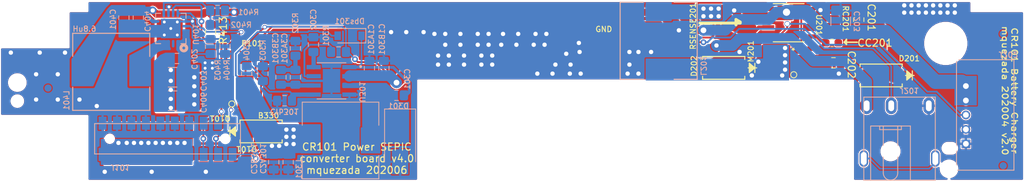
<source format=kicad_pcb>
(kicad_pcb (version 20171130) (host pcbnew "(5.1.5)-3")
  (layers (0 Top signal hide) (31 Bottom signal) (34 B.Paste user) (35 F.Paste user hide) (36 B.SilkS user) (37 F.SilkS user hide) (38 B.Mask user) (39 F.Mask user hide) (44 Edge.Cuts user))
  (net 0 "")
  (net 1 GND)
  (net 2 5V)
  (net 3 "Net-(C201-Pad1)")
  (net 4 "Net-(CC201-Pad2)")
  (net 5 "Net-(CC201-Pad1)")
  (net 6 "Net-(D202-Pad1)")
  (net 7 "Net-(J201-PadS1)")
  (net 8 "Net-(J202-PadP$3)")
  (net 9 "Net-(L201-Pad1)")
  (net 10 "Net-(M201-Pad4)")
  (net 11 /VBATT)
  (net 12 "Net-(C301-Pad2)")
  (net 13 /MP2307_Buck/SW)
  (net 14 "Net-(C302-Pad1)")
  (net 15 /V+CH)
  (net 16 "Net-(C3A301-Pad1)")
  (net 17 "Net-(C3A301-Pad2)")
  (net 18 /MP2307_Buck/FB)
  (net 19 /EN_PB)
  (net 20 /LBO)
  (net 21 /CHG_CON)
  (net 22 /EN_BUCK)
  (net 23 /CHSTAT)
  (net 24 /FromBoost)
  (net 25 /FromBuck)
  (net 26 "Net-(J101-Pad16)")
  (net 27 GNDPWR)
  (net 28 /PowerBoost1000/LBI)
  (net 29 /PowerBoost1000/FB)
  (net 30 /PowerBoost1000/SW)
  (module Capacitor_SMD:C_0805_2012Metric_Pad1.15x1.40mm_HandSolder (layer Top) (at 249.5 129.5)
    (fp_text reference C202 (at 2.5 0.25 270 unlocked) (layer F.SilkS))
    (fp_text value 10uF)
    (pad 2 smd roundrect (at 1.025 0) (size 1.15 1.4) (layers Top F.Paste F.Mask) (roundrect_rratio 0.217391) (net 1 GND))
    (pad 1 smd roundrect (at -1.025 0) (size 1.15 1.4) (layers Top F.Paste F.Mask) (roundrect_rratio 0.217391) (net 3 "Net-(C201-Pad1)"))
  )
  (module PowerBoost1000:PVQFN-16 (layer Bottom) (at 157.75 124.75 90)
    (fp_text reference U401 (at 0.75 3 -90 unlocked) (layer B.SilkS) (effects (font (size 0.75 0.75) (thickness 0.13)) (justify right bottom mirror)))
    (fp_text value TPS61030RSAR)
    (pad 17 smd rect (at 0 0 90) (size 2.7 2.7) (layers Bottom B.Mask) (net 1 GND))
    (pad 1 smd roundrect (at -2.1 0.975 90) (size 1.05 0.35) (layers Bottom B.Paste B.Mask) (roundrect_rratio 0.5) (net 24 /FromBoost))
    (pad 2 smd roundrect (at -2.1 0.325 90) (size 1.05 0.35) (layers Bottom B.Paste B.Mask) (roundrect_rratio 0.5))
    (pad 3 smd roundrect (at -2.1 -0.325 90) (size 1.05 0.35) (layers Bottom B.Paste B.Mask) (roundrect_rratio 0.5) (net 30 /PowerBoost1000/SW))
    (pad 4 smd roundrect (at -2.1 -0.975 90) (size 1.05 0.35) (layers Bottom B.Paste B.Mask) (roundrect_rratio 0.5) (net 30 /PowerBoost1000/SW))
    (pad 5 smd roundrect (at -0.975 -2.1) (size 1.05 0.35) (layers Bottom B.Paste B.Mask) (roundrect_rratio 0.5) (net 1 GND))
    (pad 6 smd roundrect (at -0.325 -2.1) (size 1.05 0.35) (layers Bottom B.Paste B.Mask) (roundrect_rratio 0.5) (net 1 GND))
    (pad 7 smd roundrect (at 0.325 -2.1) (size 1.05 0.35) (layers Bottom B.Paste B.Mask) (roundrect_rratio 0.5) (net 1 GND))
    (pad 8 smd roundrect (at 0.975 -2.1) (size 1.05 0.35) (layers Bottom B.Paste B.Mask) (roundrect_rratio 0.5) (net 11 /VBATT))
    (pad 9 smd roundrect (at 2.1 -0.975 270) (size 1.05 0.35) (layers Bottom B.Paste B.Mask) (roundrect_rratio 0.5) (net 28 /PowerBoost1000/LBI))
    (pad 10 smd roundrect (at 2.1 -0.325 270) (size 1.05 0.35) (layers Bottom B.Paste B.Mask) (roundrect_rratio 0.5) (net 1 GND))
    (pad 11 smd roundrect (at 2.1 0.325 270) (size 1.05 0.35) (layers Bottom B.Paste B.Mask) (roundrect_rratio 0.5) (net 19 /EN_PB))
    (pad 12 smd roundrect (at 2.1 0.975 270) (size 1.05 0.35) (layers Bottom B.Paste B.Mask) (roundrect_rratio 0.5) (net 20 /LBO))
    (pad 13 smd roundrect (at 0.975 2.1 180) (size 1.05 0.35) (layers Bottom B.Paste B.Mask) (roundrect_rratio 0.5) (net 1 GND))
    (pad 14 smd roundrect (at 0.325 2.1 180) (size 1.05 0.35) (layers Bottom B.Paste B.Mask) (roundrect_rratio 0.5) (net 29 /PowerBoost1000/FB))
    (pad 15 smd roundrect (at -0.325 2.1 180) (size 1.05 0.35) (layers Bottom B.Paste B.Mask) (roundrect_rratio 0.5) (net 24 /FromBoost))
    (pad 16 smd roundrect (at -0.975 2.1 180) (size 1.05 0.35) (layers Bottom B.Paste B.Mask) (roundrect_rratio 0.5) (net 24 /FromBoost))
    (pad P$18 thru_hole circle (at 0 0 90) (size 0.908 0.908) (drill 0.4) (layers *.Cu *.Mask) (net 1 GND))
    (pad P$19 thru_hole circle (at -0.9 0.9 90) (size 0.908 0.908) (drill 0.4) (layers *.Cu *.Mask) (net 1 GND))
    (pad P$20 thru_hole circle (at 0.9 0.9 90) (size 0.908 0.908) (drill 0.4) (layers *.Cu *.Mask) (net 1 GND))
    (pad P$21 thru_hole circle (at 0.9 -0.9 90) (size 0.908 0.908) (drill 0.4) (layers *.Cu *.Mask) (net 1 GND))
    (pad P$22 thru_hole circle (at -0.9 -0.9 90) (size 0.908 0.908) (drill 0.4) (layers *.Cu *.Mask) (net 1 GND))
  )
  (module PowerBoard:IND_B952AS-H-220M=P3 (layer Bottom) (at 225.300125 126.451399 270)
    (fp_text reference L201 (at 3.448601 -6.199875 270 unlocked) (layer B.SilkS) (effects (font (size 0.75 0.75) (thickness 0.13)) (justify mirror)))
    (fp_text value 6.8uH hide)
    (pad 2 smd rect (at 4.0259 0 270) (size 2.6416 3.6068) (layers Bottom B.Paste B.Mask) (net 6 "Net-(D202-Pad1)"))
    (pad 1 smd rect (at -4.0259 0 270) (size 2.6416 3.6068) (layers Bottom B.Paste B.Mask) (net 9 "Net-(L201-Pad1)"))
  )
  (module PowerBoard:CUI_PJ-079AH (layer Bottom) (at 257.400125 141.751399 90)
    (fp_text reference J201 (at 8.401399 2.599875 180 unlocked) (layer B.SilkS) (effects (font (size 0.75 0.75) (thickness 0.13)) (justify mirror)))
    (fp_text value PJ-079AH hide)
    (pad 2 thru_hole oval (at 6.3 5.3 90) (size 2.3 1.5) (drill oval 1.5 0.8) (layers *.Cu *.Mask) (net 1 GND))
    (pad 3 thru_hole oval (at 6.3 0.1 90) (size 2.3 1.5) (drill oval 1.5 0.8) (layers *.Cu *.Mask) (net 21 /CHG_CON))
    (pad 1 thru_hole oval (at 6.3 -3.3 90) (size 2.3 1.5) (drill oval 1.5 0.8) (layers *.Cu *.Mask) (net 15 /V+CH))
    (pad S2 thru_hole oval (at -1 -3.7 90) (size 2.3 1.2) (drill oval 1.8 0.8) (layers *.Cu *.Mask) (net 7 "Net-(J201-PadS1)"))
    (pad S1 thru_hole oval (at -1 6.2 90) (size 2.3 1.2) (drill oval 1.8 0.8) (layers *.Cu *.Mask) (net 7 "Net-(J201-PadS1)"))
    (pad "" np_thru_hole circle (at 0 0 90) (size 2.5 2.5) (drill 2.5) (layers *.Cu *.Mask))
  )
  (module "" (layer Top) (at 265.049999 126.81689)
    (fp_text reference @HOLE0 hide)
    (fp_text value "" hide)
    (pad "" np_thru_hole circle (at 0 0) (size 5.7 5.7) (drill 5.7) (layers *.Cu *.Mask))
  )
  (module "" (layer Top) (at 265.352075 141.331209)
    (fp_text reference @HOLE1 hide)
    (fp_text value "" hide)
    (pad "" np_thru_hole oval (at 0.260167 0) (size 2.024484 1.5) (drill oval 2.024484 1.5) (layers *.Cu *.Mask))
  )
  (module "" (layer Top) (at 265.5 144.181209)
    (fp_text reference @HOLE2 hide)
    (fp_text value "" hide)
    (pad "" np_thru_hole circle (at 0 0) (size 2.3 2.3) (drill 2.3) (layers *.Cu *.Mask))
  )
  (module PowerBoard:2MM_1X5 (layer Bottom) (at 267.836415 136.718709 90)
    (fp_text reference J202 (at 8.368709 5.863585 180 unlocked) (layer B.SilkS) (effects (font (size 0.75 0.75) (thickness 0.13)) (justify mirror)))
    (fp_text value 2MM-1X5 hide)
    (pad P$5 thru_hole circle (at 4 0 90) (size 1.2 1.2) (drill 0.8) (layers *.Cu *.Mask) (net 11 /VBATT))
    (pad P$4 thru_hole circle (at 2 0 90) (size 1.2 1.2) (drill 0.8) (layers *.Cu *.Mask) (net 11 /VBATT))
    (pad P$3 thru_hole circle (at 0 0 90) (size 1.2 1.2) (drill 0.8) (layers *.Cu *.Mask) (net 8 "Net-(J202-PadP$3)"))
    (pad P$2 thru_hole circle (at -2 0 90) (size 1.2 1.2) (drill 0.8) (layers *.Cu *.Mask) (net 1 GND))
    (pad P$1 thru_hole rect (at -4 0 90) (size 1.2 1.2) (drill 0.8) (layers *.Cu *.Mask) (net 1 GND))
  )
  (module PowerBoard:SO-8_S-M (layer Top) (at 243.300125 123.951399 180)
    (fp_text reference U201 (at -4.199875 -0.298601 270 unlocked) (layer F.SilkS) (effects (font (size 0.75 0.75) (thickness 0.13))))
    (fp_text value LTC4002ES8-4.2PBFSO-8_S-M hide)
    (fp_text user * (at -0.999875 -2.998601 180 unlocked) (layer F.SilkS) (effects (font (size 0.75 0.75) (thickness 0.13)) (justify left bottom)))
    (pad 8 smd rect (at 2.82135 -1.905 180) (size 1.6549 0.5826) (layers Top F.Paste F.Mask) (net 8 "Net-(J202-PadP$3)"))
    (pad 7 smd rect (at 2.82135 -0.635 180) (size 1.6549 0.5826) (layers Top F.Paste F.Mask) (net 9 "Net-(L201-Pad1)"))
    (pad 6 smd rect (at 2.82135 0.635 180) (size 1.6549 0.5826) (layers Top F.Paste F.Mask) (net 11 /VBATT))
    (pad 5 smd rect (at 2.82135 1.905 180) (size 1.6549 0.5826) (layers Top F.Paste F.Mask) (net 23 /CHSTAT))
    (pad 4 smd rect (at -2.82135 1.905 180) (size 1.6549 0.5826) (layers Top F.Paste F.Mask) (net 1 GND))
    (pad 3 smd rect (at -2.82135 0.635 180) (size 1.6549 0.5826) (layers Top F.Paste F.Mask) (net 10 "Net-(M201-Pad4)"))
    (pad 2 smd rect (at -2.82135 -0.635 180) (size 1.6549 0.5826) (layers Top F.Paste F.Mask) (net 3 "Net-(C201-Pad1)"))
    (pad 1 smd rect (at -2.82135 -1.905 180) (size 1.6549 0.5826) (layers Top F.Paste F.Mask) (net 5 "Net-(CC201-Pad1)"))
  )
  (module PowerBoard:8SOIC (layer Top) (at 243.300125 129.451399 90)
    (fp_text reference M201 (at -0.048601 -4.800125 90 unlocked) (layer F.SilkS) (effects (font (size 0.75 0.75) (thickness 0.13)) (justify left bottom)))
    (fp_text value IRF7205 hide)
    (pad 5 smd rect (at 1.905 -2.6 90) (size 0.6 2.2) (layers Top F.Paste F.Mask) (net 6 "Net-(D202-Pad1)"))
    (pad 6 smd rect (at 0.635 -2.6 90) (size 0.6 2.2) (layers Top F.Paste F.Mask) (net 6 "Net-(D202-Pad1)"))
    (pad 8 smd rect (at -1.905 -2.6 90) (size 0.6 2.2) (layers Top F.Paste F.Mask) (net 6 "Net-(D202-Pad1)"))
    (pad 4 smd rect (at 1.905 2.6 90) (size 0.6 2.2) (layers Top F.Paste F.Mask) (net 10 "Net-(M201-Pad4)"))
    (pad 3 smd rect (at 0.635 2.6 90) (size 0.6 2.2) (layers Top F.Paste F.Mask) (net 3 "Net-(C201-Pad1)"))
    (pad 1 smd rect (at -1.905 2.6 90) (size 0.6 2.2) (layers Top F.Paste F.Mask) (net 3 "Net-(C201-Pad1)"))
    (pad 7 smd rect (at -0.635 -2.6 90) (size 0.6 2.2) (layers Top F.Paste F.Mask) (net 6 "Net-(D202-Pad1)"))
    (pad 2 smd rect (at -0.635 2.6 90) (size 0.6 2.2) (layers Top F.Paste F.Mask) (net 3 "Net-(C201-Pad1)"))
  )
  (module PowerBoard:SMA-M (layer Top) (at 256.1 131.25 180)
    (fp_text reference D201 (at -3.9 2.35 unlocked) (layer F.SilkS) (effects (font (size 0.75 0.75) (thickness 0.13))))
    (fp_text value B330A-13 hide)
    (pad 2 smd rect (at 1.76 0 270) (size 1.65 2.57) (layers Top F.Paste F.Mask) (net 15 /V+CH))
    (pad 1 smd rect (at -1.76 0 270) (size 1.65 2.57) (layers Top F.Paste F.Mask) (net 3 "Net-(C201-Pad1)"))
  )
  (module PowerBoard:SMA-M (layer Top) (at 234.300125 130.201399 180)
    (fp_text reference D202 (at 4.100125 0.251399 90 unlocked) (layer F.SilkS) (effects (font (size 0.75 0.75) (thickness 0.13))))
    (fp_text value B330A-13 hide)
    (pad 2 smd rect (at 1.76 0 270) (size 1.65 2.57) (layers Top F.Paste F.Mask) (net 1 GND))
    (pad 1 smd rect (at -1.76 0 270) (size 1.65 2.57) (layers Top F.Paste F.Mask) (net 6 "Net-(D202-Pad1)"))
  )
  (module PowerBoard:R1206 (layer Top) (at 237.800125 123.951399 270)
    (fp_text reference RSENSE201 (at 3.798601 7.300125 90 unlocked) (layer F.SilkS) (effects (font (size 0.75 0.75) (thickness 0.13)) (justify left bottom)))
    (fp_text value 68mOhms hide)
    (pad 1 smd rect (at -1.422 0 270) (size 1.6 1.803) (layers Top F.Paste F.Mask) (net 11 /VBATT))
    (pad 2 smd rect (at 1.422 0 270) (size 1.6 1.803) (layers Top F.Paste F.Mask) (net 9 "Net-(L201-Pad1)"))
  )
  (module PowerBoard:R1206 (layer Top) (at 249.5 123.351399 270)
    (fp_text reference RC201 (at -1.851399 -1.25 270 unlocked) (layer F.SilkS) (effects (font (size 0.75 0.75) (thickness 0.13)) (justify left bottom)))
    (fp_text value 2.2K hide)
    (pad 1 smd rect (at -1.422 0 270) (size 1.6 1.803) (layers Top F.Paste F.Mask) (net 1 GND))
    (pad 2 smd rect (at 1.422 0 270) (size 1.6 1.803) (layers Top F.Paste F.Mask) (net 4 "Net-(CC201-Pad2)"))
  )
  (module "" (layer Top) (at 136.5 134.802262)
    (fp_text reference @HOLE4 hide)
    (fp_text value "" hide)
    (pad "" np_thru_hole circle (at 0 0) (size 1.6 1.6) (drill 1.6) (layers *.Cu *.Mask))
  )
  (module "" (layer Top) (at 136.5 132.232262)
    (fp_text reference @HOLE3 hide)
    (fp_text value "" hide)
    (pad "" np_thru_hole circle (at 0 0) (size 2.3 2.3) (drill 2.3) (layers *.Cu *.Mask))
  )
  (module Capacitor_SMD:C_0805_2012Metric_Pad1.15x1.40mm_HandSolder (layer Top) (at 253 123.525 90)
    (fp_text reference C201 (at 0.3 1.75 270 unlocked) (layer F.SilkS))
    (fp_text value 0.1uF)
    (pad 1 smd roundrect (at -1.025 0 90) (size 1.15 1.4) (layers Top F.Paste F.Mask) (roundrect_rratio 0.217391) (net 3 "Net-(C201-Pad1)"))
    (pad 2 smd roundrect (at 1.025 0 90) (size 1.15 1.4) (layers Top F.Paste F.Mask) (roundrect_rratio 0.217391) (net 1 GND))
  )
  (module Capacitor_SMD:C_1210_3225Metric_Pad1.42x2.65mm_HandSolder (layer Bottom) (at 250.5 123.75 90)
    (fp_text reference C203 (at 0 2.28 90 unlocked) (layer B.SilkS) (effects (font (size 0.75 0.75) (thickness 0.13)) (justify mirror)))
    (fp_text value 22uF)
    (pad 2 smd roundrect (at 1.4875 0 90) (size 1.425 2.65) (layers Bottom B.Paste B.Mask) (roundrect_rratio 0.175439) (net 1 GND))
    (pad 1 smd roundrect (at -1.4875 0 90) (size 1.425 2.65) (layers Bottom B.Paste B.Mask) (roundrect_rratio 0.175439) (net 11 /VBATT))
  )
  (module Capacitor_SMD:C_0805_2012Metric_Pad1.15x1.40mm_HandSolder (layer Bottom) (at 189 134)
    (fp_text reference C301 (at 1.5 -2.25 90 unlocked) (layer B.SilkS) (effects (font (size 0.75 0.75) (thickness 0.13)) (justify mirror)))
    (fp_text value 10nF)
    (pad 2 smd roundrect (at 1.025 0) (size 1.15 1.4) (layers Bottom B.Paste B.Mask) (roundrect_rratio 0.217391) (net 12 "Net-(C301-Pad2)"))
    (pad 1 smd roundrect (at -1.025 0) (size 1.15 1.4) (layers Bottom B.Paste B.Mask) (roundrect_rratio 0.217391) (net 13 /MP2307_Buck/SW))
  )
  (module Capacitor_SMD:C_0805_2012Metric_Pad1.15x1.40mm_HandSolder (layer Bottom) (at 177.5 126.975 90)
    (fp_text reference C302 (at 3.475 0 90 unlocked) (layer B.SilkS) (effects (font (size 0.75 0.75) (thickness 0.13)) (justify mirror)))
    (fp_text value 0.1uF)
    (pad 1 smd roundrect (at -1.025 0 90) (size 1.15 1.4) (layers Bottom B.Paste B.Mask) (roundrect_rratio 0.217391) (net 14 "Net-(C302-Pad1)"))
    (pad 2 smd roundrect (at 1.025 0 90) (size 1.15 1.4) (layers Bottom B.Paste B.Mask) (roundrect_rratio 0.217391) (net 1 GND))
  )
  (module Capacitor_SMD:C_0805_2012Metric_Pad1.15x1.40mm_HandSolder (layer Bottom) (at 151.25 123.25 270)
    (fp_text reference C401 (at 0.25 1.5 90 unlocked) (layer B.SilkS) (effects (font (size 0.75 0.75) (thickness 0.13)) (justify mirror)))
    (fp_text value 10uF)
    (pad 1 smd roundrect (at -1.025 0 270) (size 1.15 1.4) (layers Bottom B.Paste B.Mask) (roundrect_rratio 0.217391) (net 11 /VBATT))
    (pad 2 smd roundrect (at 1.025 0 270) (size 1.15 1.4) (layers Bottom B.Paste B.Mask) (roundrect_rratio 0.217391) (net 1 GND))
  )
  (module Capacitor_SMD:C_0805_2012Metric_Pad1.15x1.40mm_HandSolder (layer Bottom) (at 153.25 123.25 270)
    (fp_text reference C404 (at 0.5 -1.25 270 unlocked) (layer B.SilkS) (effects (font (size 0.75 0.75) (thickness 0.13)) (justify mirror)))
    (fp_text value 0.1uF)
    (pad 2 smd roundrect (at 1.025 0 270) (size 1.15 1.4) (layers Bottom B.Paste B.Mask) (roundrect_rratio 0.217391) (net 1 GND))
    (pad 1 smd roundrect (at -1.025 0 270) (size 1.15 1.4) (layers Bottom B.Paste B.Mask) (roundrect_rratio 0.217391) (net 11 /VBATT))
  )
  (module Capacitor_SMD:C_0805_2012Metric_Pad1.15x1.40mm_HandSolder (layer Bottom) (at 158.6 128.9 180)
    (fp_text reference C402 (at -2.4 -0.1 270 unlocked) (layer B.SilkS) (effects (font (size 0.75 0.75) (thickness 0.13)) (justify mirror)))
    (fp_text value 2.2uF)
    (pad 1 smd roundrect (at -1.025 0 180) (size 1.15 1.4) (layers Bottom B.Paste B.Mask) (roundrect_rratio 0.217391) (net 24 /FromBoost))
    (pad 2 smd roundrect (at 1.025 0 180) (size 1.15 1.4) (layers Bottom B.Paste B.Mask) (roundrect_rratio 0.217391) (net 1 GND))
  )
  (module Capacitor_SMD:C_1210_3225Metric_Pad1.42x2.65mm_HandSolder (layer Bottom) (at 158 134.75 180)
    (fp_text reference C406 (at -4.25 -0.25 270 unlocked) (layer B.SilkS) (effects (font (size 0.75 0.75) (thickness 0.13)) (justify mirror)))
    (fp_text value 100uF)
    (pad 1 smd roundrect (at -1.4875 0 180) (size 1.425 2.65) (layers Bottom B.Paste B.Mask) (roundrect_rratio 0.175439) (net 24 /FromBoost))
    (pad 2 smd roundrect (at 1.4875 0 180) (size 1.425 2.65) (layers Bottom B.Paste B.Mask) (roundrect_rratio 0.175439) (net 1 GND))
  )
  (module Capacitor_SMD:C_1210_3225Metric_Pad1.42x2.65mm_HandSolder (layer Bottom) (at 158 131.5 180)
    (fp_text reference C403 (at -4.25 -0.5 270 unlocked) (layer B.SilkS) (effects (font (size 0.75 0.75) (thickness 0.13)) (justify mirror)))
    (fp_text value 100uF)
    (pad 2 smd roundrect (at 1.4875 0 180) (size 1.425 2.65) (layers Bottom B.Paste B.Mask) (roundrect_rratio 0.175439) (net 1 GND))
    (pad 1 smd roundrect (at -1.4875 0 180) (size 1.425 2.65) (layers Bottom B.Paste B.Mask) (roundrect_rratio 0.175439) (net 24 /FromBoost))
  )
  (module Capacitor_SMD:C_0805_2012Metric_Pad1.15x1.40mm_HandSolder (layer Bottom) (at 185.25 130.25 90)
    (fp_text reference C1A301 (at 4 0.25 90 unlocked) (layer B.SilkS) (effects (font (size 0.75 0.75) (thickness 0.13)) (justify mirror)))
    (fp_text value 6.8uF)
    (pad 1 smd roundrect (at -1.025 0 90) (size 1.15 1.4) (layers Bottom B.Paste B.Mask) (roundrect_rratio 0.217391) (net 15 /V+CH))
    (pad 2 smd roundrect (at 1.025 0 90) (size 1.15 1.4) (layers Bottom B.Paste B.Mask) (roundrect_rratio 0.217391) (net 1 GND))
  )
  (module Capacitor_SMD:C_0805_2012Metric_Pad1.15x1.40mm_HandSolder (layer Bottom) (at 187.25 130.25 90)
    (fp_text reference C1B301 (at 4 -0.25 90 unlocked) (layer B.SilkS) (effects (font (size 0.75 0.75) (thickness 0.13)) (justify mirror)))
    (fp_text value 6.8uF)
    (pad 2 smd roundrect (at 1.025 0 90) (size 1.15 1.4) (layers Bottom B.Paste B.Mask) (roundrect_rratio 0.217391) (net 1 GND))
    (pad 1 smd roundrect (at -1.025 0 90) (size 1.15 1.4) (layers Bottom B.Paste B.Mask) (roundrect_rratio 0.217391) (net 15 /V+CH))
  )
  (module Capacitor_SMD:C_0805_2012Metric_Pad1.15x1.40mm_HandSolder (layer Bottom) (at 174 143.25 270)
    (fp_text reference C2A301 (at -0.5 3.5 270 unlocked) (layer B.SilkS) (effects (font (size 0.75 0.75) (thickness 0.13)) (justify mirror)))
    (fp_text value 22uF)
    (pad 2 smd roundrect (at 1.025 0 270) (size 1.15 1.4) (layers Bottom B.Paste B.Mask) (roundrect_rratio 0.217391) (net 1 GND))
    (pad 1 smd roundrect (at -1.025 0 270) (size 1.15 1.4) (layers Bottom B.Paste B.Mask) (roundrect_rratio 0.217391) (net 25 /FromBuck))
  )
  (module Capacitor_SMD:C_0805_2012Metric_Pad1.15x1.40mm_HandSolder (layer Bottom) (at 172 143.25 270)
    (fp_text reference C2B301 (at -0.5 2.75 270 unlocked) (layer B.SilkS) (effects (font (size 0.75 0.75) (thickness 0.13)) (justify mirror)))
    (fp_text value 22uF)
    (pad 1 smd roundrect (at -1.025 0 270) (size 1.15 1.4) (layers Bottom B.Paste B.Mask) (roundrect_rratio 0.217391) (net 25 /FromBuck))
    (pad 2 smd roundrect (at 1.025 0 270) (size 1.15 1.4) (layers Bottom B.Paste B.Mask) (roundrect_rratio 0.217391) (net 1 GND))
  )
  (module Capacitor_SMD:C_0805_2012Metric_Pad1.15x1.40mm_HandSolder (layer Bottom) (at 175 131.5 90)
    (fp_text reference C3A301 (at 4 -1.5 90 unlocked) (layer B.SilkS) (effects (font (size 0.75 0.75) (thickness 0.13)) (justify mirror)))
    (fp_text value 3.9nF)
    (pad 1 smd roundrect (at -1.025 0 90) (size 1.15 1.4) (layers Bottom B.Paste B.Mask) (roundrect_rratio 0.217391) (net 16 "Net-(C3A301-Pad1)"))
    (pad 2 smd roundrect (at 1.025 0 90) (size 1.15 1.4) (layers Bottom B.Paste B.Mask) (roundrect_rratio 0.217391) (net 17 "Net-(C3A301-Pad2)"))
  )
  (module Capacitor_SMD:C_0805_2012Metric_Pad1.15x1.40mm_HandSolder (layer Bottom) (at 173 131.5 90)
    (fp_text reference C3B301 (at 4 -0.75 90 unlocked) (layer B.SilkS) (effects (font (size 0.75 0.75) (thickness 0.13)) (justify mirror)))
    (fp_text value "(0.01uF)")
    (pad 2 smd roundrect (at 1.025 0 90) (size 1.15 1.4) (layers Bottom B.Paste B.Mask) (roundrect_rratio 0.217391) (net 17 "Net-(C3A301-Pad2)"))
    (pad 1 smd roundrect (at -1.025 0 90) (size 1.15 1.4) (layers Bottom B.Paste B.Mask) (roundrect_rratio 0.217391) (net 16 "Net-(C3A301-Pad1)"))
  )
  (module Capacitor_SMD:C_0603_1608Metric_Pad1.05x0.95mm_HandSolder (layer Top) (at 249.300125 126.75)
    (fp_text reference CC201 (at 5.949875 0) (layer F.SilkS))
    (fp_text value 0.47uF)
    (pad 1 smd roundrect (at -0.875 0) (size 1.05 0.95) (layers Top F.Paste F.Mask) (net 5 "Net-(CC201-Pad1)"))
    (pad 2 smd roundrect (at 0.875 0) (size 1.05 0.95) (layers Top F.Paste F.Mask) (net 4 "Net-(CC201-Pad2)"))
  )
  (module Capacitor_SMD:C_0805_2012Metric_Pad1.15x1.40mm_HandSolder (layer Bottom) (at 173.5 134.75 180)
    (fp_text reference Cfb301 (at 0 -1.5 180 unlocked) (layer B.SilkS) (effects (font (size 0.75 0.75) (thickness 0.13)) (justify mirror)))
    (fp_text value 0.1uF)
    (pad 2 smd roundrect (at 1.025 0 180) (size 1.15 1.4) (layers Bottom B.Paste B.Mask) (roundrect_rratio 0.217391) (net 1 GND))
    (pad 1 smd roundrect (at -1.025 0 180) (size 1.15 1.4) (layers Bottom B.Paste B.Mask) (roundrect_rratio 0.217391) (net 18 /MP2307_Buck/FB))
  )
  (module Diode_SMD:D_SOD-123 (layer Bottom) (at 182.5 125.75 180)
    (fp_text reference Dbs301 (at 0 2 unlocked) (layer B.SilkS) (effects (font (size 0.75 0.75) (thickness 0.13)) (justify mirror)))
    (fp_text value "(1N4148)")
    (pad 1 smd rect (at -1.65 0 180) (size 0.9 1.2) (layers Bottom B.Paste B.Mask) (net 12 "Net-(C301-Pad2)"))
    (pad 2 smd rect (at 1.65 0 180) (size 0.9 1.2) (layers Bottom B.Paste B.Mask) (net 25 /FromBuck))
  )
  (module PowerBoost1000:FIDUCIAL_1MM (layer Bottom) (at 273 143.75)
    (fp_text reference FID401 hide)
    (fp_text value FIDUCIAL"" hide)
    (pad 1 smd roundrect (at 0 0) (size 1 1) (layers Bottom B.Mask) (roundrect_rratio 0.5))
  )
  (module PowerBoost1000:FIDUCIAL_1MM (layer Bottom) (at 273 125.5)
    (fp_text reference FID402 hide)
    (fp_text value FIDUCIAL"" hide)
    (pad 1 smd roundrect (at 0 0) (size 1 1) (layers Bottom B.Mask) (roundrect_rratio 0.5))
  )
  (module PowerBoost1000:FIDUCIAL_1MM (layer Bottom) (at 140.75 133)
    (fp_text reference FID403 hide)
    (fp_text value FIDUCIAL"" hide)
    (pad 1 smd roundrect (at 0 0) (size 1 1) (layers Bottom B.Mask) (roundrect_rratio 0.5))
  )
  (module Resistor_SMD:R_0805_2012Metric_Pad1.15x1.40mm_HandSolder (layer Bottom) (at 180.975 128 180)
    (fp_text reference R301 (at 1.725 2.25 90 unlocked) (layer B.SilkS) (effects (font (size 0.75 0.75) (thickness 0.13)) (justify mirror)))
    (fp_text value 100K)
    (pad 2 smd roundrect (at 1.025 0 180) (size 1.15 1.4) (layers Bottom B.Paste B.Mask) (roundrect_rratio 0.217391) (net 22 /EN_BUCK))
    (pad 1 smd roundrect (at -1.025 0 180) (size 1.15 1.4) (layers Bottom B.Paste B.Mask) (roundrect_rratio 0.217391) (net 15 /V+CH))
  )
  (module Resistor_SMD:R_0805_2012Metric_Pad1.15x1.40mm_HandSolder (layer Bottom) (at 175 127.5 270)
    (fp_text reference R302 (at -3.5 0 90 unlocked) (layer B.SilkS) (effects (font (size 0.75 0.75) (thickness 0.13)) (justify mirror)))
    (fp_text value 6.8K)
    (pad 2 smd roundrect (at 1.025 0 270) (size 1.15 1.4) (layers Bottom B.Paste B.Mask) (roundrect_rratio 0.217391) (net 17 "Net-(C3A301-Pad2)"))
    (pad 1 smd roundrect (at -1.025 0 270) (size 1.15 1.4) (layers Bottom B.Paste B.Mask) (roundrect_rratio 0.217391) (net 1 GND))
  )
  (module Resistor_SMD:R_0805_2012Metric_Pad1.15x1.40mm_HandSolder (layer Bottom) (at 170.5 131 270)
    (fp_text reference R303 (at -3.25 0 90 unlocked) (layer B.SilkS) (effects (font (size 0.75 0.75) (thickness 0.13)) (justify mirror)))
    (fp_text value 10K)
    (pad 1 smd roundrect (at -1.025 0 270) (size 1.15 1.4) (layers Bottom B.Paste B.Mask) (roundrect_rratio 0.217391) (net 1 GND))
    (pad 2 smd roundrect (at 1.025 0 270) (size 1.15 1.4) (layers Bottom B.Paste B.Mask) (roundrect_rratio 0.217391) (net 18 /MP2307_Buck/FB))
  )
  (module Resistor_SMD:R_0805_2012Metric_Pad1.15x1.40mm_HandSolder (layer Bottom) (at 168.25 131 90)
    (fp_text reference R304 (at 3.25 0 90 unlocked) (layer B.SilkS) (effects (font (size 0.75 0.75) (thickness 0.13)) (justify mirror)))
    (fp_text value 47K)
    (pad 2 smd roundrect (at 1.025 0 90) (size 1.15 1.4) (layers Bottom B.Paste B.Mask) (roundrect_rratio 0.217391) (net 18 /MP2307_Buck/FB))
    (pad 1 smd roundrect (at -1.025 0 90) (size 1.15 1.4) (layers Bottom B.Paste B.Mask) (roundrect_rratio 0.217391) (net 25 /FromBuck))
  )
  (module Resistor_SMD:R_0805_2012Metric_Pad1.15x1.40mm_HandSolder (layer Bottom) (at 164.225 122.25)
    (fp_text reference R401 (at 4.275 0.25 unlocked) (layer B.SilkS) (effects (font (size 0.75 0.75) (thickness 0.13)) (justify mirror)))
    (fp_text value 1.87M)
    (pad 1 smd roundrect (at -1.025 0) (size 1.15 1.4) (layers Bottom B.Paste B.Mask) (roundrect_rratio 0.217391) (net 28 /PowerBoost1000/LBI))
    (pad 2 smd roundrect (at 1.025 0) (size 1.15 1.4) (layers Bottom B.Paste B.Mask) (roundrect_rratio 0.217391) (net 11 /VBATT))
  )
  (module Resistor_SMD:R_0805_2012Metric_Pad1.15x1.40mm_HandSolder (layer Bottom) (at 164.225 124.25 180)
    (fp_text reference R402 (at -3.275 0 unlocked) (layer B.SilkS) (effects (font (size 0.75 0.75) (thickness 0.13)) (justify mirror)))
    (fp_text value 340K)
    (pad 1 smd roundrect (at -1.025 0 180) (size 1.15 1.4) (layers Bottom B.Paste B.Mask) (roundrect_rratio 0.217391) (net 1 GND))
    (pad 2 smd roundrect (at 1.025 0 180) (size 1.15 1.4) (layers Bottom B.Paste B.Mask) (roundrect_rratio 0.217391) (net 28 /PowerBoost1000/LBI))
  )
  (module Resistor_SMD:R_0805_2012Metric_Pad1.15x1.40mm_HandSolder (layer Top) (at 163.25 125.25 90)
    (fp_text reference R413 (at 0.25 1.75 90) (layer F.SilkS))
    (fp_text value 200K)
    (pad 1 smd roundrect (at -1.025 0 90) (size 1.15 1.4) (layers Top F.Paste F.Mask) (roundrect_rratio 0.217391) (net 19 /EN_PB))
    (pad 2 smd roundrect (at 1.025 0 90) (size 1.15 1.4) (layers Top F.Paste F.Mask) (roundrect_rratio 0.217391) (net 11 /VBATT))
  )
  (module Resistor_SMD:R_0805_2012Metric_Pad1.15x1.40mm_HandSolder (layer Bottom) (at 163.25 127.25 270)
    (fp_text reference R403 (at 3.25 -1 90 unlocked) (layer B.SilkS) (effects (font (size 0.75 0.75) (thickness 0.13)) (justify mirror)))
    (fp_text value 1.87M)
    (pad 1 smd roundrect (at -1.025 0 270) (size 1.15 1.4) (layers Bottom B.Paste B.Mask) (roundrect_rratio 0.217391) (net 29 /PowerBoost1000/FB))
    (pad 2 smd roundrect (at 1.025 0 270) (size 1.15 1.4) (layers Bottom B.Paste B.Mask) (roundrect_rratio 0.217391) (net 24 /FromBoost))
  )
  (module Resistor_SMD:R_0805_2012Metric_Pad1.15x1.40mm_HandSolder (layer Bottom) (at 165.25 127.225 90)
    (fp_text reference R404 (at -3.275 0.25 90 unlocked) (layer B.SilkS) (effects (font (size 0.75 0.75) (thickness 0.13)) (justify mirror)))
    (fp_text value 200K)
    (pad 2 smd roundrect (at 1.025 0 90) (size 1.15 1.4) (layers Bottom B.Paste B.Mask) (roundrect_rratio 0.217391) (net 29 /PowerBoost1000/FB))
    (pad 1 smd roundrect (at -1.025 0 90) (size 1.15 1.4) (layers Bottom B.Paste B.Mask) (roundrect_rratio 0.217391) (net 1 GND))
  )
  (module Diode_SMD:D_SMB_Handsoldering (layer Bottom) (at 189.5 140.5 270)
    (fp_text reference D301 (at -5 0.25 unlocked) (layer B.SilkS) (effects (font (size 0.75 0.75) (thickness 0.13)) (justify mirror)))
    (fp_text value "(B130)")
    (pad 1 smd rect (at -2.7 0 270) (size 3.5 2.3) (layers Bottom B.Paste B.Mask) (net 13 /MP2307_Buck/SW))
    (pad 2 smd rect (at 2.7 0 270) (size 3.5 2.3) (layers Bottom B.Paste B.Mask) (net 1 GND))
  )
  (module Inductor_SMD:L_10.4x10.4_H4.8 (layer Bottom) (at 181.25 140.25 180)
    (fp_text reference L301 (at 5.75 -4 90 unlocked) (layer B.SilkS) (effects (font (size 0.75 0.75) (thickness 0.13)) (justify mirror)))
    (fp_text value 10uH)
    (pad 1 smd rect (at -4.15 0 180) (size 2.7 3.6) (layers Bottom B.Paste B.Mask) (net 13 /MP2307_Buck/SW))
    (pad 2 smd rect (at 4.15 0 180) (size 2.7 3.6) (layers Bottom B.Paste B.Mask) (net 25 /FromBuck))
  )
  (module Buck:SOIC127P600X170-9N (layer Bottom) (at 180 132 180)
    (fp_text reference U301 (at -4.25 -1.5 270 unlocked) (layer B.SilkS) (effects (font (size 0.75 0.75) (thickness 0.13)) (justify mirror)))
    (fp_text value MP2307DN-LF)
    (pad 5 smd rect (at 2.475 -1.905 180) (size 1.97 0.6) (layers Bottom B.Paste B.Mask) (net 18 /MP2307_Buck/FB))
    (pad 2 smd rect (at -2.475 0.635 180) (size 1.97 0.6) (layers Bottom B.Paste B.Mask) (net 15 /V+CH))
    (pad 3 smd rect (at -2.475 -0.635 180) (size 1.97 0.6) (layers Bottom B.Paste B.Mask) (net 13 /MP2307_Buck/SW))
    (pad 4 smd rect (at -2.475 -1.905 180) (size 1.97 0.6) (layers Bottom B.Paste B.Mask) (net 1 GND))
    (pad 6 smd rect (at 2.475 -0.635 180) (size 1.97 0.6) (layers Bottom B.Paste B.Mask) (net 16 "Net-(C3A301-Pad1)"))
    (pad 7 smd rect (at 2.475 0.635 180) (size 1.97 0.6) (layers Bottom B.Paste B.Mask) (net 22 /EN_BUCK))
    (pad 8 smd rect (at 2.475 1.905 180) (size 1.97 0.6) (layers Bottom B.Paste B.Mask) (net 14 "Net-(C302-Pad1)"))
    (pad 1 smd rect (at -2.475 1.905 180) (size 1.97 0.6) (layers Bottom B.Paste B.Mask) (net 12 "Net-(C301-Pad2)"))
    (pad 9 smd rect (at 0 0 180) (size 2.41 3.3) (layers Bottom B.Mask) (net 1 GND))
  )
  (module PowerBoard:SMA-M (layer Top) (at 170.25 139)
    (fp_text reference D101 hide)
    (fp_text value B330A-13 hide)
    (fp_text user B330 (at -0.5 -1.75) (layer F.SilkS) (effects (font (size 0.75 0.75) (thickness 0.13)) (justify left bottom)))
    (fp_text user D101 (at -0.5 2 180 unlocked) (layer F.SilkS) (effects (font (size 0.75 0.75) (thickness 0.13)) (justify left bottom)))
    (pad 1 smd rect (at -1.76 0 90) (size 1.65 2.57) (layers Top F.Paste F.Mask) (net 2 5V))
    (pad 2 smd rect (at 1.76 0 90) (size 1.65 2.57) (layers Top F.Paste F.Mask) (net 25 /FromBuck))
  )
  (module MarcoK:2X10-2MM (layer Bottom) (at 157.29956 140.020001)
    (fp_text reference J101 (at -6.54956 3.979999 180 unlocked) (layer B.SilkS) (effects (font (size 0.75 0.75) (thickness 0.13)) (justify mirror)))
    (fp_text value 2X10-2MMSMD hide)
    (pad "" np_thru_hole circle (at 8 0) (size 1.2 1.2) (drill 1.2) (layers *.Cu *.Mask))
    (pad "" np_thru_hole circle (at -8 0) (size 1.2 1.2) (drill 1.2) (layers *.Cu *.Mask))
    (pad 9 smd rect (at -1 2.16 270) (size 1.83 1.12) (layers Bottom B.Paste B.Mask) (net 2 5V))
    (pad 7 smd rect (at -3 2.16 270) (size 1.83 1.12) (layers Bottom B.Paste B.Mask) (net 2 5V))
    (pad 5 smd rect (at -5 2.16 270) (size 1.83 1.12) (layers Bottom B.Paste B.Mask) (net 2 5V))
    (pad 3 smd rect (at -7 2.16 270) (size 1.83 1.12) (layers Bottom B.Paste B.Mask) (net 2 5V))
    (pad 1 smd rect (at -9 2.16 270) (size 1.83 1.12) (layers Bottom B.Paste B.Mask) (net 2 5V))
    (pad 11 smd rect (at 1 2.16 270) (size 1.83 1.12) (layers Bottom B.Paste B.Mask) (net 2 5V))
    (pad 13 smd rect (at 3 2.16 270) (size 1.83 1.12) (layers Bottom B.Paste B.Mask) (net 2 5V))
    (pad 15 smd rect (at 5 2.16 270) (size 1.83 1.12) (layers Bottom B.Paste B.Mask) (net 19 /EN_PB))
    (pad 17 smd rect (at 7 2.16 270) (size 1.83 1.12) (layers Bottom B.Paste B.Mask) (net 20 /LBO))
    (pad 19 smd rect (at 9 2.16 270) (size 1.83 1.12) (layers Bottom B.Paste B.Mask) (net 21 /CHG_CON))
    (pad 2 smd rect (at -9 -2.16 270) (size 1.83 1.12) (layers Bottom B.Paste B.Mask) (net 1 GND))
    (pad 4 smd rect (at -7 -2.16 270) (size 1.83 1.12) (layers Bottom B.Paste B.Mask) (net 1 GND))
    (pad 6 smd rect (at -5 -2.16 270) (size 1.83 1.12) (layers Bottom B.Paste B.Mask) (net 1 GND))
    (pad 8 smd rect (at -3 -2.16 270) (size 1.83 1.12) (layers Bottom B.Paste B.Mask) (net 1 GND))
    (pad 10 smd rect (at -1 -2.16 270) (size 1.83 1.12) (layers Bottom B.Paste B.Mask) (net 1 GND))
    (pad 12 smd rect (at 1 -2.16 270) (size 1.83 1.12) (layers Bottom B.Paste B.Mask) (net 1 GND))
    (pad 14 smd rect (at 3 -2.16 270) (size 1.83 1.12) (layers Bottom B.Paste B.Mask) (net 1 GND))
    (pad 16 smd rect (at 5 -2.16 270) (size 1.83 1.12) (layers Bottom B.Paste B.Mask) (net 26 "Net-(J101-Pad16)"))
    (pad 18 smd rect (at 7 -2.16 270) (size 1.83 1.12) (layers Bottom B.Paste B.Mask) (net 11 /VBATT))
    (pad 20 smd rect (at 9 -2.16 270) (size 1.83 1.12) (layers Bottom B.Paste B.Mask) (net 23 /CHSTAT))
  )
  (module PowerBoard:8SOIC (layer Top) (at 165.5 133.5 90)
    (fp_text reference Q101 (at -3.25 -2.5 180 unlocked) (layer F.SilkS) (effects (font (size 0.75 0.75) (thickness 0.13)) (justify right bottom)))
    (fp_text value IRF7205)
    (pad 2 smd rect (at -0.635 2.6 90) (size 0.6 2.2) (layers Top F.Paste F.Mask) (net 2 5V))
    (pad 7 smd rect (at -0.635 -2.6 90) (size 0.6 2.2) (layers Top F.Paste F.Mask) (net 24 /FromBoost))
    (pad 1 smd rect (at -1.905 2.6 90) (size 0.6 2.2) (layers Top F.Paste F.Mask) (net 2 5V))
    (pad 3 smd rect (at 0.635 2.6 90) (size 0.6 2.2) (layers Top F.Paste F.Mask) (net 2 5V))
    (pad 4 smd rect (at 1.905 2.6 90) (size 0.6 2.2) (layers Top F.Paste F.Mask) (net 15 /V+CH))
    (pad 8 smd rect (at -1.905 -2.6 90) (size 0.6 2.2) (layers Top F.Paste F.Mask) (net 24 /FromBoost))
    (pad 6 smd rect (at 0.635 -2.6 90) (size 0.6 2.2) (layers Top F.Paste F.Mask) (net 24 /FromBoost))
    (pad 5 smd rect (at 1.905 -2.6 90) (size 0.6 2.2) (layers Top F.Paste F.Mask) (net 24 /FromBoost))
  )
  (module PowerBoard:1206 (layer Top) (at 169.5 128.75 180)
    (fp_text reference R101 (at -1 1.5 unlocked) (layer F.SilkS) (effects (font (size 0.75 0.75) (thickness 0.13)) (justify right bottom)))
    (fp_text value 56K)
    (pad 1 smd rect (at -1.4 0 180) (size 1.6 1.8) (layers Top F.Paste F.Mask) (net 1 GND))
    (pad 2 smd rect (at 1.4 0 180) (size 1.6 1.8) (layers Top F.Paste F.Mask) (net 15 /V+CH))
  )
  (module PowerBoard:IND_B952AS-H-220M=P3 (layer Bottom) (at 149.5 130.75 180)
    (fp_text reference L401 hide)
    (fp_text value 6.8uH hide)
    (fp_text user 6.8uH (at 2 5.5) (layer B.SilkS) (effects (font (size 0.75 0.75) (thickness 0.13)) (justify left bottom mirror)))
    (fp_text user L401 (at 5.75 -2.5 90 unlocked) (layer B.SilkS) (effects (font (size 0.75 0.75) (thickness 0.13)) (justify left bottom mirror)))
    (pad 1 smd rect (at -4.0259 0 180) (size 2.6416 3.6068) (layers Bottom B.Paste B.Mask) (net 30 /PowerBoost1000/SW))
    (pad 2 smd rect (at 4.0259 0 180) (size 2.6416 3.6068) (layers Bottom B.Paste B.Mask) (net 11 /VBATT))
  )
  (gr_text GND (at 217.7 124.85) (layer F.SilkS) (effects (font (size 0.75 0.75) (thickness 0.13))))
  (gr_text "CR101 Battery Charger\nmquezada 202004 v2.0" (at 273.9 133.35 270) (layer F.SilkS) (effects (font (size 0.8128 1) (thickness 0.1524))))
  (gr_line (start 251.3 126.95) (end 251 126.65) (layer F.SilkS) (width 0.2))
  (gr_line (start 251.3 126.25) (end 251.3 126.95) (layer F.SilkS) (width 0.2))
  (gr_line (start 251 126.65) (end 251.3 126.25) (layer F.SilkS) (width 0.2))
  (gr_line (start 252.8 126.65) (end 251 126.65) (layer F.SilkS) (width 0.2))
  (gr_line (start 268.6 120.95) (end 204.09868 120.95) (layer Edge.Cuts) (width 0.001))
  (gr_line (start 268.6 122.35) (end 268.6 120.95) (layer Edge.Cuts) (width 0.001))
  (gr_line (start 275.899999 122.35) (end 268.6 122.35) (layer Edge.Cuts) (width 0.001))
  (gr_line (start 275.899999 145.85) (end 275.899999 122.35) (layer Edge.Cuts) (width 0.001))
  (gr_line (start 252.199999 145.85) (end 275.899999 145.85) (layer Edge.Cuts) (width 0.001))
  (gr_line (start 252.199999 131.95) (end 252.199999 145.85) (layer Edge.Cuts) (width 0.001))
  (gr_line (start 192 131.95) (end 252.199999 131.95) (layer Edge.Cuts) (width 0.001))
  (gr_line (start 263.445206 145.851209) (end 263.445206 134.351209) (layer B.SilkS) (width 0.001))
  (gr_line (start 263.445206 134.351209) (end 253.945206 134.351209) (layer B.SilkS) (width 0.001))
  (gr_line (start 253.945206 134.351209) (end 253.945206 145.851209) (layer B.SilkS) (width 0.001))
  (gr_line (start 256.195206 137.851209) (end 258.695206 137.851209) (layer B.SilkS) (width 0.001))
  (gr_line (start 231 124) (end 236.600125 124) (layer F.SilkS) (width 0.4))
  (gr_line (start 236.6 123.85) (end 236 123.5) (layer F.SilkS) (width 0.4))
  (gr_line (start 236 123.5) (end 236 124.25) (layer F.SilkS) (width 0.4))
  (gr_text "CR101 Power SEPIC\nconverter board v4.0\nmquezada 202006" (at 183.5 142.75) (layer F.SilkS) (effects (font (size 1 1))))
  (gr_line (start 192 145.85) (end 192 131.95) (layer Edge.Cuts) (width 0.001))
  (gr_line (start 134.1 127.35) (end 134.1 136.85) (layer Edge.Cuts) (width 0.001))
  (gr_line (start 134.1 136.85) (end 146.2 136.85) (layer Edge.Cuts) (width 0.001))
  (gr_line (start 146.2 120.95) (end 146.2 122.35) (layer Edge.Cuts) (width 0.001))
  (gr_line (start 146.2 145.85) (end 192 145.85) (layer Edge.Cuts) (width 0.001))
  (gr_line (start 146.2 136.85) (end 146.2 145.85) (layer Edge.Cuts) (width 0.001))
  (gr_line (start 143.6 127.35) (end 134.1 127.35) (layer Edge.Cuts) (width 0.001))
  (gr_line (start 146.2 122.35) (end 143.6 122.35) (layer Edge.Cuts) (width 0.001))
  (gr_line (start 204.09868 120.95) (end 146.2 120.95) (layer Edge.Cuts) (width 0.001))
  (gr_line (start 143.6 122.35) (end 143.6 127.35) (layer Edge.Cuts) (width 0.001))
  (via (at 157.75 135.75) (size 1) (drill 0.6) (layers Top Bottom) (net 1))
  (via (at 157.75 134.5) (size 1) (drill 0.6) (layers Top Bottom) (net 1))
  (via (at 264.300125 121.551399) (size 0.7524) (drill 0.6) (layers Top Bottom) (net 1))
  (via (at 265.300125 121.551399) (size 0.7524) (drill 0.6) (layers Top Bottom) (net 1))
  (via (at 266.300125 122.551399) (size 0.7524) (drill 0.6) (layers Top Bottom) (net 1))
  (via (at 259.300125 121.551399) (size 0.7524) (drill 0.6) (layers Top Bottom) (net 1))
  (via (at 260.300125 121.551399) (size 0.7524) (drill 0.6) (layers Top Bottom) (net 1))
  (via (at 261.300125 121.551399) (size 0.7524) (drill 0.6) (layers Top Bottom) (net 1))
  (via (at 262.300125 121.551399) (size 0.7524) (drill 0.6) (layers Top Bottom) (net 1))
  (via (at 263.300125 121.551399) (size 0.7524) (drill 0.6) (layers Top Bottom) (net 1))
  (via (at 263.300125 122.551399) (size 0.7524) (drill 0.6) (layers Top Bottom) (net 1))
  (via (at 262.300125 122.551399) (size 0.7524) (drill 0.6) (layers Top Bottom) (net 1))
  (via (at 261.300125 122.551399) (size 0.7524) (drill 0.6) (layers Top Bottom) (net 1))
  (via (at 260.300125 122.551399) (size 0.7524) (drill 0.6) (layers Top Bottom) (net 1))
  (via (at 259.300125 122.551399) (size 0.7524) (drill 0.6) (layers Top Bottom) (net 1))
  (via (at 266.300125 121.551399) (size 0.7524) (drill 0.6) (layers Top Bottom) (net 1))
  (via (at 264.300125 122.551399) (size 0.7524) (drill 0.6) (layers Top Bottom) (net 1))
  (via (at 265.300125 122.551399) (size 0.7524) (drill 0.6) (layers Top Bottom) (net 1))
  (segment (start 249.383 122.046399) (end 249.5 121.929399) (width 0.4) (layer Top) (net 1))
  (via (at 148.59956 144.587931) (size 0.7524) (drill 0.6) (layers Top Bottom) (net 1))
  (via (at 162.59956 144.587931) (size 0.7524) (drill 0.6) (layers Top Bottom) (net 1))
  (via (at 155.09956 144.587931) (size 0.7524) (drill 0.6) (layers Top Bottom) (net 1))
  (via (at 139.59956 128.087931) (size 0.7524) (drill 0.6) (layers Top Bottom) (net 1))
  (via (at 135.59956 128.087931) (size 0.7524) (drill 0.6) (layers Top Bottom) (net 1))
  (via (at 143.09956 128.087931) (size 0.7524) (drill 0.6) (layers Top Bottom) (net 1))
  (via (at 147.49868 135.486532) (size 0.7524) (drill 0.6) (layers Top Bottom) (net 1))
  (via (at 145.09956 134.587931) (size 0.7524) (drill 0.6) (layers Top Bottom) (net 1))
  (via (at 142.09956 134.587931) (size 0.7524) (drill 0.6) (layers Top Bottom) (net 1))
  (via (at 142.09956 131.087931) (size 0.7524) (drill 0.6) (layers Top Bottom) (net 1))
  (via (at 139.09956 131.087931) (size 0.7524) (drill 0.6) (layers Top Bottom) (net 1))
  (via (at 139.09956 134.587931) (size 0.7524) (drill 0.6) (layers Top Bottom) (net 1))
  (via (at 247.7 122.2) (size 0.7524) (drill 0.6) (layers Top Bottom) (net 1))
  (via (at 236.5 128) (size 0.7524) (drill 0.6) (layers Top Bottom) (net 1))
  (via (at 235.75 122.25) (size 0.7524) (drill 0.6) (layers Top Bottom) (net 1))
  (via (at 250.25 131) (size 0.7524) (drill 0.6) (layers Top Bottom) (net 1))
  (via (at 228.1 125) (size 0.7524) (drill 0.6) (layers Top Bottom) (net 1))
  (via (at 208.5 131) (size 0.7524) (drill 0.6) (layers Top Bottom) (net 1))
  (via (at 157.5 121.75451) (size 0.6) (drill 0.4) (layers Top Bottom) (net 1))
  (segment (start 157.425 122.65) (end 157.425 121.82951) (width 0.25) (layer Bottom) (net 1))
  (segment (start 157.425 121.82951) (end 157.5 121.75451) (width 0.25) (layer Bottom) (net 1))
  (segment (start 159.85 123.775) (end 160.725 123.775) (width 0.25) (layer Bottom) (net 1))
  (via (at 160.75 123.75) (size 0.6) (drill 0.4) (layers Top Bottom) (net 1))
  (segment (start 160.725 123.775) (end 160.75 123.75) (width 0.25) (layer Bottom) (net 1))
  (via (at 157.75 133.25) (size 1) (drill 0.6) (layers Top Bottom) (net 1))
  (via (at 157.75 132) (size 1) (drill 0.6) (layers Top Bottom) (net 1))
  (via (at 157.75 130.5) (size 1) (drill 0.6) (layers Top Bottom) (net 1))
  (segment (start 158.725 123.775) (end 157.75 124.75) (width 0.25) (layer Bottom) (net 1))
  (segment (start 159.85 123.775) (end 158.725 123.775) (width 0.25) (layer Bottom) (net 1))
  (via (at 162.5 130.25) (size 0.6) (drill 0.4) (layers Top Bottom) (net 1))
  (via (at 163.5 130.25) (size 0.6) (drill 0.4) (layers Top Bottom) (net 1))
  (via (at 162.5 129.5) (size 0.6) (drill 0.4) (layers Top Bottom) (net 1))
  (via (at 163.5 129.5) (size 0.6) (drill 0.4) (layers Top Bottom) (net 1))
  (via (at 210.6 131) (size 0.7524) (drill 0.6) (layers Top Bottom) (net 1))
  (via (at 213 131) (size 0.7524) (drill 0.6) (layers Top Bottom) (net 1))
  (via (at 214.5 131) (size 0.7524) (drill 0.6) (layers Top Bottom) (net 1))
  (via (at 214.25 126.75) (size 0.7524) (drill 0.6) (layers Top Bottom) (net 1))
  (via (at 212.5 128.25) (size 0.7524) (drill 0.6) (layers Top Bottom) (net 1))
  (via (at 221 131) (size 0.7524) (drill 0.6) (layers Top Bottom) (net 1))
  (via (at 222.5 131) (size 0.7524) (drill 0.6) (layers Top Bottom) (net 1))
  (via (at 213.1 129.75) (size 0.7524) (drill 0.6) (layers Top Bottom) (net 1))
  (via (at 221.25 129.75) (size 0.7524) (drill 0.6) (layers Top Bottom) (net 1))
  (via (at 211 129.75) (size 0.7524) (drill 0.6) (layers Top Bottom) (net 1))
  (via (at 224.25 128) (size 0.7524) (drill 0.6) (layers Top Bottom) (net 1))
  (via (at 222.5 128) (size 0.7524) (drill 0.6) (layers Top Bottom) (net 1))
  (via (at 221.25 128) (size 0.7524) (drill 0.6) (layers Top Bottom) (net 1))
  (via (at 214.35 128) (size 0.7524) (drill 0.6) (layers Top Bottom) (net 1))
  (via (at 208.25 125.5) (size 0.7524) (drill 0.6) (layers Top Bottom) (net 1))
  (via (at 209.75 125.5) (size 0.7524) (drill 0.6) (layers Top Bottom) (net 1))
  (via (at 203.75 125.5) (size 0.7524) (drill 0.6) (layers Top Bottom) (net 1))
  (via (at 205.85 125.5) (size 0.7524) (drill 0.6) (layers Top Bottom) (net 1))
  (via (at 197.85 125.5) (size 0.7524) (drill 0.6) (layers Top Bottom) (net 1))
  (via (at 195.75 125.5) (size 0.7524) (drill 0.6) (layers Top Bottom) (net 1))
  (via (at 200.25 125.5) (size 0.7524) (drill 0.6) (layers Top Bottom) (net 1))
  (via (at 201.75 125.5) (size 0.7524) (drill 0.6) (layers Top Bottom) (net 1))
  (via (at 197.85 127) (size 0.7524) (drill 0.6) (layers Top Bottom) (net 1))
  (via (at 200.25 127) (size 0.7524) (drill 0.6) (layers Top Bottom) (net 1))
  (via (at 201.75 127) (size 0.7524) (drill 0.6) (layers Top Bottom) (net 1))
  (via (at 195.75 127) (size 0.7524) (drill 0.6) (layers Top Bottom) (net 1))
  (via (at 209.5 127) (size 0.7524) (drill 0.6) (layers Top Bottom) (net 1))
  (via (at 203.5 127) (size 0.7524) (drill 0.6) (layers Top Bottom) (net 1))
  (via (at 205.6 127) (size 0.7524) (drill 0.6) (layers Top Bottom) (net 1))
  (via (at 208 127) (size 0.7524) (drill 0.6) (layers Top Bottom) (net 1))
  (via (at 192.75 125.25) (size 0.7524) (drill 0.6) (layers Top Bottom) (net 1))
  (via (at 194.25 125.5) (size 0.7524) (drill 0.6) (layers Top Bottom) (net 1))
  (via (at 190.35 125.25) (size 0.7524) (drill 0.6) (layers Top Bottom) (net 1))
  (via (at 188.25 125.25) (size 0.7524) (drill 0.6) (layers Top Bottom) (net 1))
  (via (at 194.75 128.5) (size 0.7524) (drill 0.6) (layers Top Bottom) (net 1))
  (via (at 200.75 128.5) (size 0.7524) (drill 0.6) (layers Top Bottom) (net 1))
  (via (at 196.25 128.5) (size 0.7524) (drill 0.6) (layers Top Bottom) (net 1))
  (via (at 198.35 128.5) (size 0.7524) (drill 0.6) (layers Top Bottom) (net 1))
  (via (at 202.25 128.5) (size 0.7524) (drill 0.6) (layers Top Bottom) (net 1))
  (via (at 202.25 129.75) (size 0.7524) (drill 0.6) (layers Top Bottom) (net 1))
  (via (at 200.75 129.75) (size 0.7524) (drill 0.6) (layers Top Bottom) (net 1))
  (via (at 196.25 129.75) (size 0.7524) (drill 0.6) (layers Top Bottom) (net 1))
  (via (at 198.35 129.75) (size 0.7524) (drill 0.6) (layers Top Bottom) (net 1))
  (via (at 194.75 129.75) (size 0.7524) (drill 0.6) (layers Top Bottom) (net 1))
  (via (at 151.64956 140.587931) (size 0.7524) (drill 0.6) (layers Top Bottom) (net 2))
  (via (at 152.64956 140.587931) (size 0.7524) (drill 0.6) (layers Top Bottom) (net 2))
  (via (at 153.64956 140.587931) (size 0.7524) (drill 0.6) (layers Top Bottom) (net 2))
  (via (at 154.64956 140.587931) (size 0.7524) (drill 0.6) (layers Top Bottom) (net 2))
  (via (at 155.64956 140.587931) (size 0.7524) (drill 0.6) (layers Top Bottom) (net 2))
  (via (at 156.64956 140.587931) (size 0.7524) (drill 0.6) (layers Top Bottom) (net 2))
  (via (at 157.64956 140.587931) (size 0.7524) (drill 0.6) (layers Top Bottom) (net 2))
  (via (at 158.64956 140.587931) (size 0.7524) (drill 0.6) (layers Top Bottom) (net 2))
  (via (at 159.64956 140.587931) (size 0.7524) (drill 0.6) (layers Top Bottom) (net 2))
  (via (at 150.5 140.587931) (size 0.7524) (drill 0.6) (layers Top Bottom) (net 2))
  (segment (start 166.25 142) (end 154.75 142) (width 2) (layer Top) (net 2))
  (segment (start 168.1 140.15) (end 166.25 142) (width 2) (layer Top) (net 2))
  (segment (start 168.1 140.15) (end 168.1 135.405) (width 2) (layer Top) (net 2))
  (segment (start 257.86 130.31) (end 252.5 124.95) (width 2) (layer Top) (net 3))
  (segment (start 257.86 131.25) (end 257.86 130.31) (width 2) (layer Top) (net 3))
  (segment (start 249.100125 124.773399) (end 249.422125 124.773399) (width 0.5) (layer Top) (net 4))
  (segment (start 249.422125 124.773399) (end 250.100125 125.451399) (width 0.5) (layer Top) (net 4))
  (segment (start 250.100125 125.451399) (end 250.100125 126.301399) (width 0.5) (layer Top) (net 4))
  (segment (start 250.100125 126.301399) (end 250.150125 126.351399) (width 0.5) (layer Top) (net 4))
  (segment (start 246.121475 125.856399) (end 247.205125 125.856399) (width 0.5) (layer Top) (net 5))
  (segment (start 247.205125 125.856399) (end 247.800125 126.451399) (width 0.5) (layer Top) (net 5))
  (segment (start 247.800125 126.451399) (end 248.350125 126.451399) (width 0.5) (layer Top) (net 5))
  (segment (start 248.350125 126.451399) (end 248.450125 126.351399) (width 0.5) (layer Top) (net 5))
  (via (at 238.200125 131.25) (size 0.7524) (drill 0.6) (layers Top Bottom) (net 6))
  (via (at 239.1 129.35) (size 0.7524) (drill 0.6) (layers Top Bottom) (net 6))
  (via (at 242.4 131.25) (size 0.7524) (drill 0.6) (layers Top Bottom) (net 6))
  (via (at 242.800125 130.451399) (size 0.7524) (drill 0.6) (layers Top Bottom) (net 6))
  (via (at 242.800125 129.451399) (size 0.7524) (drill 0.6) (layers Top Bottom) (net 6))
  (via (at 242.800125 128.451399) (size 0.7524) (drill 0.6) (layers Top Bottom) (net 6))
  (via (at 242.800125 127.451399) (size 0.7524) (drill 0.6) (layers Top Bottom) (net 6))
  (segment (start 240.700125 127.546399) (end 242.705125 127.546399) (width 0.5) (layer Top) (net 6))
  (segment (start 242.705125 127.546399) (end 242.800125 127.451399) (width 0.5) (layer Top) (net 6))
  (segment (start 242.800125 128.451399) (end 242.800125 127.451399) (width 0.5) (layer Top) (net 6))
  (segment (start 242.800125 128.451399) (end 242.800125 129.451399) (width 0.5) (layer Top) (net 6))
  (segment (start 242.800125 129.451399) (end 242.800125 130.451399) (width 0.5) (layer Top) (net 6))
  (segment (start 263.600125 143.301399) (end 263.600125 142.751399) (width 0.25) (layer Bottom) (net 7))
  (segment (start 262.750125 144.151399) (end 263.600125 143.301399) (width 0.25) (layer Bottom) (net 7))
  (segment (start 255.950125 144.151399) (end 262.750125 144.151399) (width 0.25) (layer Bottom) (net 7))
  (segment (start 254.550125 142.751399) (end 255.950125 144.151399) (width 0.25) (layer Bottom) (net 7))
  (segment (start 253.700125 142.751399) (end 254.550125 142.751399) (width 0.25) (layer Bottom) (net 7))
  (segment (start 240.478775 125.856399) (end 241.895125 125.856399) (width 0.4) (layer Top) (net 8))
  (segment (start 243.1 124.632027) (end 243.1 124.1) (width 0.25) (layer Top) (net 8))
  (via (at 243.1 124.1) (size 0.7524) (drill 0.6) (layers Top Bottom) (net 8))
  (segment (start 241.895125 125.856399) (end 243.1 124.651524) (width 0.25) (layer Top) (net 8))
  (segment (start 243.1 124.651524) (end 243.1 124.632027) (width 0.25) (layer Top) (net 8))
  (segment (start 245.572699 124.1) (end 243.632027 124.1) (width 0.25) (layer Bottom) (net 8))
  (segment (start 243.632027 124.1) (end 243.1 124.1) (width 0.25) (layer Bottom) (net 8))
  (segment (start 248.472699 127) (end 245.572699 124.1) (width 0.25) (layer Bottom) (net 8))
  (segment (start 267.018709 136.718709) (end 263.8 133.5) (width 0.25) (layer Bottom) (net 8))
  (segment (start 267.836415 136.718709) (end 267.018709 136.718709) (width 0.25) (layer Bottom) (net 8))
  (segment (start 262.5 133.5) (end 256 127) (width 0.25) (layer Bottom) (net 8))
  (segment (start 263.8 133.5) (end 262.5 133.5) (width 0.25) (layer Bottom) (net 8))
  (segment (start 256 127) (end 248.472699 127) (width 0.25) (layer Bottom) (net 8))
  (segment (start 240.478775 124.586399) (end 239.165125 124.586399) (width 0.5) (layer Top) (net 9))
  (segment (start 239.165125 124.586399) (end 238.300125 125.451399) (width 0.5) (layer Top) (net 9))
  (segment (start 238.300125 125.451399) (end 237.878125 125.451399) (width 0.5) (layer Top) (net 9))
  (segment (start 237.878125 125.451399) (end 237.800125 125.373399) (width 0.5) (layer Top) (net 9))
  (via (at 232.550125 122.001399) (size 0.7524) (drill 0.6) (layers Top Bottom) (net 9))
  (via (at 233.600125 122.001399) (size 0.7524) (drill 0.6) (layers Top Bottom) (net 9))
  (via (at 232.550125 123.051399) (size 0.7524) (drill 0.6) (layers Top Bottom) (net 9))
  (via (at 231.500125 122.001399) (size 0.7524) (drill 0.6) (layers Top Bottom) (net 9))
  (via (at 231.500125 123.051399) (size 0.7524) (drill 0.6) (layers Top Bottom) (net 9))
  (via (at 233.600125 123.051399) (size 0.7524) (drill 0.6) (layers Top Bottom) (net 9))
  (segment (start 245.805125 127.451399) (end 245.900125 127.546399) (width 0.25) (layer Top) (net 10))
  (segment (start 245.042024 123.3184) (end 245.044025 123.316399) (width 0.25) (layer Top) (net 10))
  (segment (start 245.044025 123.316399) (end 246.121475 123.316399) (width 0.25) (layer Top) (net 10))
  (segment (start 245.042024 127.488298) (end 245.042024 123.3184) (width 0.25) (layer Top) (net 10))
  (segment (start 245.100125 127.546399) (end 245.042024 127.488298) (width 0.25) (layer Top) (net 10))
  (segment (start 245.900125 127.546399) (end 245.100125 127.546399) (width 0.25) (layer Top) (net 10))
  (segment (start 237.800125 122.529399) (end 238.529399 122.529399) (width 0.5) (layer Top) (net 11))
  (segment (start 239.151325 123.316399) (end 240.478775 123.316399) (width 0.5) (layer Top) (net 11))
  (segment (start 238.529399 122.694473) (end 239.151325 123.316399) (width 0.5) (layer Top) (net 11))
  (segment (start 238.529399 122.529399) (end 238.529399 122.694473) (width 0.5) (layer Top) (net 11))
  (segment (start 267.236416 132.11871) (end 263.61871 132.11871) (width 2) (layer Bottom) (net 11))
  (segment (start 267.836415 132.718709) (end 267.236416 132.11871) (width 2) (layer Bottom) (net 11))
  (segment (start 256.7375 125.2375) (end 250.5 125.2375) (width 2) (layer Bottom) (net 11))
  (segment (start 263.61871 132.11871) (end 256.7375 125.2375) (width 2) (layer Bottom) (net 11))
  (segment (start 244.414213 122.496787) (end 243 122.496787) (width 2) (layer Bottom) (net 11))
  (segment (start 242.180388 123.316399) (end 243 122.496787) (width 0.5) (layer Top) (net 11))
  (segment (start 250.5 125.2375) (end 248.480809 125.2375) (width 2) (layer Bottom) (net 11))
  (segment (start 240.478775 123.316399) (end 242.180388 123.316399) (width 0.5) (layer Top) (net 11))
  (via (at 243 122.496787) (size 2) (drill 1) (layers Top Bottom) (net 11))
  (segment (start 245.740096 122.496787) (end 244.414213 122.496787) (width 2) (layer Bottom) (net 11))
  (segment (start 248.480809 125.2375) (end 245.740096 122.496787) (width 2) (layer Bottom) (net 11))
  (via (at 231.5 124.998) (size 1.5) (drill 0.8) (layers Top Bottom) (net 11))
  (segment (start 227.94134 122.5) (end 230.43934 124.998) (width 1) (layer Top) (net 11))
  (segment (start 230.43934 124.998) (end 231.5 124.998) (width 1) (layer Top) (net 11))
  (segment (start 240.579373 123.503201) (end 241.585787 122.496787) (width 1.5) (layer Bottom) (net 11))
  (segment (start 231.5 124.998) (end 232.56066 124.998) (width 1.5) (layer Bottom) (net 11))
  (segment (start 234.50402 124.99598) (end 235.996799 123.503201) (width 1.5) (layer Bottom) (net 11))
  (segment (start 241.585787 122.496787) (end 243 122.496787) (width 1.5) (layer Bottom) (net 11))
  (segment (start 235.996799 123.503201) (end 240.579373 123.503201) (width 1.5) (layer Bottom) (net 11))
  (segment (start 232.56268 124.99598) (end 234.50402 124.99598) (width 1.5) (layer Bottom) (net 11))
  (segment (start 232.56066 124.998) (end 232.56268 124.99598) (width 1.5) (layer Bottom) (net 11))
  (segment (start 219 122.5) (end 227.94134 122.5) (width 1) (layer Top) (net 11))
  (segment (start 201.5 122.5) (end 219 122.5) (width 1) (layer Top) (net 11))
  (segment (start 165 122.5) (end 166.5 122.5) (width 1) (layer Top) (net 11))
  (segment (start 153.7 122.225) (end 153.25 122.225) (width 0.5) (layer Bottom) (net 11))
  (segment (start 155.65 123.775) (end 155.25 123.775) (width 0.5) (layer Bottom) (net 11))
  (segment (start 155.25 123.775) (end 153.7 122.225) (width 0.5) (layer Bottom) (net 11))
  (segment (start 166.5 122.5) (end 201.5 122.5) (width 1) (layer Top) (net 11))
  (via (at 166.5 122.5) (size 1) (drill 0.6) (layers Top Bottom) (net 11))
  (via (at 155.25 122.25) (size 1) (drill 0.6) (layers Top Bottom) (net 11))
  (segment (start 153.25 122.225) (end 155.225 122.225) (width 1) (layer Bottom) (net 11))
  (segment (start 155.225 122.225) (end 155.25 122.25) (width 1) (layer Bottom) (net 11))
  (segment (start 162.5 122.5) (end 165 122.5) (width 1) (layer Top) (net 11))
  (segment (start 163.25 123.25) (end 162.5 122.5) (width 0.25) (layer Top) (net 11))
  (segment (start 163.25 124.225) (end 163.25 123.25) (width 0.25) (layer Top) (net 11))
  (segment (start 162.25 122.75) (end 162.5 122.5) (width 1) (layer Top) (net 11))
  (segment (start 155.25 122.25) (end 155.75 122.75) (width 1) (layer Top) (net 11))
  (segment (start 155.75 122.75) (end 162.25 122.75) (width 1) (layer Top) (net 11))
  (segment (start 165 122.5) (end 166.5 122.5) (width 0.25) (layer Bottom) (net 11))
  (segment (start 163.95 124.225) (end 164.75 125.025) (width 0.25) (layer Top) (net 11))
  (segment (start 163.25 124.225) (end 163.95 124.225) (width 0.25) (layer Top) (net 11))
  (segment (start 164.75 125.025) (end 164.75 134) (width 0.25) (layer Top) (net 11))
  (via (at 164.75 136.25) (size 0.6) (drill 0.4) (layers Top Bottom) (net 11))
  (segment (start 164.75 134) (end 164.75 136.25) (width 0.25) (layer Top) (net 11))
  (segment (start 164.75 137.409561) (end 164.29956 137.860001) (width 0.25) (layer Bottom) (net 11))
  (segment (start 164.75 136.25) (end 164.75 137.409561) (width 0.25) (layer Bottom) (net 11))
  (segment (start 182.475 130.095) (end 183.71 130.095) (width 0.25) (layer Bottom) (net 12))
  (segment (start 184.15 129.655) (end 183.71 130.095) (width 0.25) (layer Bottom) (net 12))
  (segment (start 183.86 130.095) (end 182.475 130.095) (width 0.4) (layer Bottom) (net 12))
  (segment (start 188.55201 130.12701) (end 183.89201 130.12701) (width 0.4) (layer Bottom) (net 12))
  (segment (start 190.75 132.325) (end 188.55201 130.12701) (width 0.4) (layer Bottom) (net 12))
  (segment (start 190.35 134) (end 190.75 133.6) (width 0.4) (layer Bottom) (net 12))
  (segment (start 189.775 134) (end 190.35 134) (width 0.4) (layer Bottom) (net 12))
  (segment (start 190.75 133.6) (end 190.75 132.325) (width 0.4) (layer Bottom) (net 12))
  (segment (start 184.15 129.655) (end 184.15 125.75) (width 0.25) (layer Bottom) (net 12))
  (segment (start 177.525 128.025) (end 177.5 128) (width 0.6) (layer Bottom) (net 14))
  (segment (start 177.525 130.095) (end 177.525 128.025) (width 0.6) (layer Bottom) (net 14))
  (segment (start 254.34 135.211524) (end 254.100125 135.451399) (width 2) (layer Top) (net 15))
  (segment (start 254.34 131.25) (end 254.34 135.211524) (width 2) (layer Top) (net 15))
  (segment (start 185.16 131.365) (end 185.25 131.275) (width 0.6) (layer Bottom) (net 15))
  (via (at 183.25 129) (size 0.8) (drill 0.4) (layers Top Bottom) (net 15))
  (segment (start 182 128) (end 182.25 128) (width 0.25) (layer Bottom) (net 15))
  (segment (start 182.25 128) (end 183.25 129) (width 0.25) (layer Bottom) (net 15))
  (segment (start 187.25 131.275) (end 185.25 131.275) (width 1.5) (layer Bottom) (net 15))
  (segment (start 187.25 131.275) (end 188.025 131.275) (width 1.5) (layer Bottom) (net 15))
  (segment (start 188.025 131.275) (end 188.250001 131.500001) (width 1.5) (layer Bottom) (net 15))
  (via (at 189 132.25) (size 1.5) (drill 0.8) (layers Top Bottom) (net 15))
  (segment (start 188.250001 131.500001) (end 189 132.25) (width 1.5) (layer Bottom) (net 15))
  (segment (start 182.565 131.275) (end 182.475 131.365) (width 1.5) (layer Bottom) (net 15))
  (segment (start 185.25 131.275) (end 182.565 131.275) (width 1.5) (layer Bottom) (net 15))
  (segment (start 186.149999 129.399999) (end 189 132.25) (width 0.25) (layer Top) (net 15))
  (segment (start 183.25 129) (end 183.649999 129.399999) (width 0.25) (layer Top) (net 15))
  (segment (start 183.649999 129.399999) (end 186.149999 129.399999) (width 0.25) (layer Top) (net 15))
  (segment (start 236.511839 126.133423) (end 235.545262 127.1) (width 1.5) (layer Bottom) (net 15))
  (segment (start 189 132.25) (end 190.25 131) (width 1.5) (layer Top) (net 15))
  (segment (start 232.399997 127.999999) (end 232.799997 127.599999) (width 1.5) (layer Top) (net 15))
  (segment (start 232.799997 127.599999) (end 233.299996 127.1) (width 1.5) (layer Top) (net 15))
  (segment (start 231.052923 127.999999) (end 232.399997 127.999999) (width 1.5) (layer Top) (net 15))
  (segment (start 246.75 129.25) (end 243.633423 126.133423) (width 1.5) (layer Bottom) (net 15))
  (segment (start 254.100125 132.100125) (end 251.25 129.25) (width 1.5) (layer Bottom) (net 15))
  (segment (start 234.007102 127.1) (end 233.299996 127.1) (width 1.5) (layer Bottom) (net 15))
  (via (at 233.299996 127.1) (size 1) (drill 0.6) (layers Top Bottom) (net 15))
  (segment (start 251.25 129.25) (end 246.75 129.25) (width 1.5) (layer Bottom) (net 15))
  (segment (start 243.633423 126.133423) (end 236.511839 126.133423) (width 1.5) (layer Bottom) (net 15))
  (segment (start 254.100125 135.451399) (end 254.100125 132.100125) (width 1.5) (layer Bottom) (net 15))
  (segment (start 235.545262 127.1) (end 234.007102 127.1) (width 1.5) (layer Bottom) (net 15))
  (segment (start 191.8 130.8) (end 191.25 130.25) (width 1) (layer Top) (net 15))
  (segment (start 204.95 130.8) (end 191.8 130.8) (width 1) (layer Top) (net 15))
  (segment (start 206.87098 128.87902) (end 204.95 130.8) (width 1) (layer Top) (net 15))
  (segment (start 227.872642 127.999999) (end 224.872643 125) (width 1) (layer Top) (net 15))
  (segment (start 213.396674 125) (end 209.517654 128.87902) (width 1) (layer Top) (net 15))
  (segment (start 231.052923 127.999999) (end 227.872642 127.999999) (width 1) (layer Top) (net 15))
  (segment (start 224.872643 125) (end 213.396674 125) (width 1) (layer Top) (net 15))
  (segment (start 209.517654 128.87902) (end 206.87098 128.87902) (width 1) (layer Top) (net 15))
  (segment (start 190.5 131) (end 191.25 130.25) (width 1) (layer Top) (net 15))
  (segment (start 190.25 131) (end 190.5 131) (width 1) (layer Top) (net 15))
  (segment (start 182 125) (end 182 128) (width 0.25) (layer Bottom) (net 15))
  (segment (start 170.75 124.50201) (end 181.50201 124.50201) (width 0.25) (layer Bottom) (net 15))
  (segment (start 181.50201 124.50201) (end 182 125) (width 0.25) (layer Bottom) (net 15))
  (via (at 170.75 124.552) (size 0.6) (drill 0.4) (layers Top Bottom) (net 15))
  (segment (start 170.75 124.50201) (end 170.75 124.552) (width 0.25) (layer Bottom) (net 15))
  (segment (start 170.450001 124.851999) (end 170.398001 124.851999) (width 0.25) (layer Top) (net 15))
  (segment (start 170.75 124.552) (end 170.450001 124.851999) (width 0.25) (layer Top) (net 15))
  (segment (start 168.1 127.15) (end 168.1 128.75) (width 0.25) (layer Top) (net 15))
  (segment (start 170.398001 124.851999) (end 168.1 127.15) (width 0.25) (layer Top) (net 15))
  (segment (start 168.1 131.045) (end 168.1 128.75) (width 0.25) (layer Top) (net 15))
  (segment (start 168.1 131.595) (end 168.1 131.045) (width 0.25) (layer Top) (net 15))
  (segment (start 175.11 132.635) (end 175 132.525) (width 0.6) (layer Bottom) (net 16))
  (segment (start 177.525 132.635) (end 175.11 132.635) (width 0.6) (layer Bottom) (net 16))
  (segment (start 173 132.525) (end 175 132.525) (width 0.6) (layer Bottom) (net 16))
  (segment (start 173 130.475) (end 175 130.475) (width 0.6) (layer Bottom) (net 17))
  (segment (start 175 128.525) (end 175 130.475) (width 0.6) (layer Bottom) (net 17))
  (segment (start 177.525 133.905) (end 175.62 133.905) (width 0.6) (layer Bottom) (net 18))
  (segment (start 168.95 129.975) (end 170.5 131.525) (width 0.25) (layer Bottom) (net 18))
  (segment (start 170.5 131.525) (end 170.5 132.025) (width 0.25) (layer Bottom) (net 18))
  (segment (start 168.25 129.975) (end 168.95 129.975) (width 0.25) (layer Bottom) (net 18))
  (segment (start 170.5 132.6) (end 170.5 132.025) (width 0.25) (layer Bottom) (net 18))
  (segment (start 171.4 133.5) (end 170.5 132.6) (width 0.25) (layer Bottom) (net 18))
  (segment (start 174.225 133.5) (end 171.4 133.5) (width 0.25) (layer Bottom) (net 18))
  (segment (start 174.525 133.8) (end 174.225 133.5) (width 0.25) (layer Bottom) (net 18))
  (segment (start 174.525 134.75) (end 174.525 133.8) (width 0.25) (layer Bottom) (net 18))
  (segment (start 174.67 133.905) (end 175.62 133.905) (width 0.6) (layer Bottom) (net 18))
  (segment (start 174.525 134.05) (end 174.67 133.905) (width 0.6) (layer Bottom) (net 18))
  (segment (start 174.525 134.75) (end 174.525 134.05) (width 0.6) (layer Bottom) (net 18))
  (via (at 162.25 140) (size 0.8) (drill 0.4) (layers Top Bottom) (net 19))
  (segment (start 162.25 142.130441) (end 162.29956 142.180001) (width 0.25) (layer Bottom) (net 19))
  (segment (start 162.25 140) (end 162.25 142.130441) (width 0.25) (layer Bottom) (net 19))
  (segment (start 162 125.775) (end 162 124.342695) (width 0.25) (layer Top) (net 19))
  (segment (start 162 124.342695) (end 162 123.77701) (width 0.25) (layer Top) (net 19))
  (segment (start 162.5 126.275) (end 162 125.775) (width 0.25) (layer Top) (net 19))
  (via (at 162 123.77701) (size 0.8) (drill 0.4) (layers Top Bottom) (net 19))
  (segment (start 162 121.75) (end 162 123.77701) (width 0.25) (layer Bottom) (net 19))
  (segment (start 158.42048 121.57952) (end 161.82952 121.57952) (width 0.25) (layer Bottom) (net 19))
  (segment (start 158.075 122.65) (end 158.075 121.925) (width 0.25) (layer Bottom) (net 19))
  (segment (start 161.82952 121.57952) (end 162 121.75) (width 0.25) (layer Bottom) (net 19))
  (segment (start 158.075 121.925) (end 158.42048 121.57952) (width 0.25) (layer Bottom) (net 19))
  (segment (start 163.25 126.275) (end 162.5 126.275) (width 0.25) (layer Top) (net 19))
  (segment (start 164.252001 131.093399) (end 164.25 131.091398) (width 0.25) (layer Top) (net 19))
  (segment (start 164.252001 132.096601) (end 164.252001 131.093399) (width 0.25) (layer Top) (net 19))
  (segment (start 164.25 132.098602) (end 164.252001 132.096601) (width 0.25) (layer Top) (net 19))
  (segment (start 164.25 131.091398) (end 164.25 127.275) (width 0.25) (layer Top) (net 19))
  (segment (start 164.25 132.361398) (end 164.25 132.098602) (width 0.25) (layer Top) (net 19))
  (segment (start 164.252001 132.363399) (end 164.25 132.361398) (width 0.25) (layer Top) (net 19))
  (segment (start 164.252001 133.366601) (end 164.252001 132.363399) (width 0.25) (layer Top) (net 19))
  (segment (start 164.252001 135.906601) (end 164.252001 134.903399) (width 0.25) (layer Top) (net 19))
  (segment (start 164.25 133.368602) (end 164.252001 133.366601) (width 0.25) (layer Top) (net 19))
  (segment (start 162.25 138) (end 164.201601 136.048399) (width 0.25) (layer Top) (net 19))
  (segment (start 164.201601 135.957001) (end 164.252001 135.906601) (width 0.25) (layer Top) (net 19))
  (segment (start 164.201601 136.048399) (end 164.201601 135.957001) (width 0.25) (layer Top) (net 19))
  (segment (start 164.252001 134.903399) (end 164.25 134.901398) (width 0.25) (layer Top) (net 19))
  (segment (start 164.25 134.901398) (end 164.25 134.638602) (width 0.25) (layer Top) (net 19))
  (segment (start 164.252001 133.633399) (end 164.25 133.631398) (width 0.25) (layer Top) (net 19))
  (segment (start 164.25 134.638602) (end 164.252001 134.636601) (width 0.25) (layer Top) (net 19))
  (segment (start 164.25 127.275) (end 163.25 126.275) (width 0.25) (layer Top) (net 19))
  (segment (start 164.252001 134.636601) (end 164.252001 133.633399) (width 0.25) (layer Top) (net 19))
  (segment (start 162.25 140) (end 162.25 138) (width 0.25) (layer Top) (net 19))
  (segment (start 164.25 133.631398) (end 164.25 133.368602) (width 0.25) (layer Top) (net 19))
  (via (at 164 140) (size 0.8) (drill 0.4) (layers Top Bottom) (net 20))
  (segment (start 164 141.880441) (end 164.29956 142.180001) (width 0.25) (layer Bottom) (net 20))
  (segment (start 164 140) (end 164 141.880441) (width 0.25) (layer Bottom) (net 20))
  (via (at 167.5 125.25) (size 0.6) (drill 0.4) (layers Top Bottom) (net 20))
  (segment (start 162.667058 125.20201) (end 167.45201 125.20201) (width 0.25) (layer Bottom) (net 20))
  (segment (start 162.37299 124.907942) (end 162.667058 125.20201) (width 0.25) (layer Bottom) (net 20))
  (segment (start 162.37299 124.87299) (end 162.37299 124.907942) (width 0.25) (layer Bottom) (net 20))
  (segment (start 167.45201 125.20201) (end 167.5 125.25) (width 0.25) (layer Bottom) (net 20))
  (segment (start 162.216828 124.716828) (end 162.37299 124.87299) (width 0.25) (layer Bottom) (net 20))
  (segment (start 160.466962 122.65) (end 161.347999 123.531037) (width 0.25) (layer Bottom) (net 20))
  (segment (start 158.725 122.65) (end 160.466962 122.65) (width 0.25) (layer Bottom) (net 20))
  (segment (start 161.966828 124.716828) (end 162.216828 124.716828) (width 0.25) (layer Bottom) (net 20))
  (segment (start 161.347999 123.531037) (end 161.347999 124.097999) (width 0.25) (layer Bottom) (net 20))
  (segment (start 161.347999 124.097999) (end 161.966828 124.716828) (width 0.25) (layer Bottom) (net 20))
  (segment (start 164.399999 139.600001) (end 164 140) (width 0.25) (layer Top) (net 20))
  (segment (start 167.5 125.25) (end 165.445988 127.304012) (width 0.25) (layer Top) (net 20))
  (segment (start 165.445988 127.304012) (end 165.445988 138.554012) (width 0.25) (layer Top) (net 20))
  (segment (start 165.445988 138.554012) (end 164.399999 139.600001) (width 0.25) (layer Top) (net 20))
  (via (at 231.5 126.65201) (size 0.8) (drill 0.4) (layers Top Bottom) (net 21))
  (segment (start 257.500125 130.000125) (end 255 127.5) (width 0.25) (layer Bottom) (net 21))
  (segment (start 235.230215 125.997991) (end 232.719704 125.997991) (width 0.25) (layer Bottom) (net 21))
  (segment (start 255 127.5) (end 248.206114 127.5) (width 0.25) (layer Bottom) (net 21))
  (segment (start 232.065685 126.65201) (end 231.5 126.65201) (width 0.25) (layer Bottom) (net 21))
  (segment (start 245.506114 124.8) (end 236.428206 124.8) (width 0.25) (layer Bottom) (net 21))
  (segment (start 232.719704 125.997991) (end 232.065685 126.65201) (width 0.25) (layer Bottom) (net 21))
  (segment (start 257.500125 135.451399) (end 257.500125 130.000125) (width 0.25) (layer Bottom) (net 21))
  (segment (start 248.206114 127.5) (end 245.506114 124.8) (width 0.25) (layer Bottom) (net 21))
  (segment (start 236.428206 124.8) (end 235.230215 125.997991) (width 0.25) (layer Bottom) (net 21))
  (segment (start 168.930001 142.180001) (end 169.5 142.75) (width 0.25) (layer Bottom) (net 21))
  (segment (start 166.29956 142.180001) (end 168.930001 142.180001) (width 0.25) (layer Bottom) (net 21))
  (via (at 169.5 142.75) (size 0.8) (drill 0.4) (layers Top Bottom) (net 21))
  (segment (start 169.5 142.184315) (end 169.5 142.75) (width 0.25) (layer Top) (net 21))
  (segment (start 171.75 124.5) (end 169.5 126.75) (width 0.25) (layer Top) (net 21))
  (segment (start 227.588157 126.65201) (end 225.184136 124.247989) (width 0.25) (layer Top) (net 21))
  (segment (start 169.5 131.5) (end 170.25 132.25) (width 0.25) (layer Top) (net 21))
  (segment (start 213.08518 124.24799) (end 212.83317 124.5) (width 0.25) (layer Top) (net 21))
  (segment (start 170.25 141.434315) (end 169.5 142.184315) (width 0.25) (layer Top) (net 21))
  (segment (start 231.5 126.65201) (end 227.588157 126.65201) (width 0.25) (layer Top) (net 21))
  (segment (start 212.83317 124.5) (end 171.75 124.5) (width 0.25) (layer Top) (net 21))
  (segment (start 170.25 132.25) (end 170.25 141.434315) (width 0.25) (layer Top) (net 21))
  (segment (start 169.5 126.75) (end 169.5 131.5) (width 0.25) (layer Top) (net 21))
  (segment (start 225.184136 124.247989) (end 213.08518 124.24799) (width 0.25) (layer Top) (net 21))
  (segment (start 176.29 131.365) (end 176.25 131.325) (width 0.25) (layer Bottom) (net 22))
  (segment (start 177.525 131.365) (end 176.29 131.365) (width 0.25) (layer Bottom) (net 22))
  (segment (start 176.25 127.765048) (end 177.015048 127) (width 0.25) (layer Bottom) (net 22))
  (segment (start 176.25 131.325) (end 176.25 127.765048) (width 0.25) (layer Bottom) (net 22))
  (segment (start 179.95 127.3) (end 179.95 128) (width 0.25) (layer Bottom) (net 22))
  (segment (start 179.65 127) (end 179.95 127.3) (width 0.25) (layer Bottom) (net 22))
  (segment (start 177.015048 127) (end 179.65 127) (width 0.25) (layer Bottom) (net 22))
  (segment (start 240.400125 121.967749) (end 240.478775 122.046399) (width 0.4) (layer Top) (net 23))
  (via (at 166.09799 136.034475) (size 0.6) (drill 0.4) (layers Top Bottom) (net 23))
  (segment (start 166 136.132465) (end 166.09799 136.034475) (width 0.25) (layer Bottom) (net 23))
  (segment (start 166.29956 137.860001) (end 166 137.560441) (width 0.25) (layer Bottom) (net 23))
  (segment (start 166 137.560441) (end 166 136.132465) (width 0.25) (layer Bottom) (net 23))
  (segment (start 212.929018 123.87098) (end 212.799998 124) (width 0.25) (layer Top) (net 23))
  (segment (start 225.570982 123.87098) (end 212.929018 123.87098) (width 0.25) (layer Top) (net 23))
  (segment (start 230.1 121.9) (end 230.1 122.9) (width 0.25) (layer Top) (net 23))
  (segment (start 166.09799 135.46879) (end 166.09799 136.034475) (width 0.25) (layer Top) (net 23))
  (segment (start 240.176186 121.20251) (end 230.79749 121.20251) (width 0.25) (layer Top) (net 23))
  (segment (start 170 124) (end 166.09799 127.90201) (width 0.25) (layer Top) (net 23))
  (segment (start 230.79749 121.20251) (end 230.1 121.9) (width 0.25) (layer Top) (net 23))
  (segment (start 212.799998 124) (end 170 124) (width 0.25) (layer Top) (net 23))
  (segment (start 232.69599 123.99599) (end 232.9 124.2) (width 0.25) (layer Top) (net 23))
  (segment (start 232.59999 126.00001) (end 227.700012 126.00001) (width 0.25) (layer Top) (net 23))
  (segment (start 240.478775 122.046399) (end 240.478775 121.505099) (width 0.25) (layer Top) (net 23))
  (segment (start 232.9 124.2) (end 232.9 125.7) (width 0.25) (layer Top) (net 23))
  (segment (start 230.1 122.9) (end 231.19599 123.99599) (width 0.25) (layer Top) (net 23))
  (segment (start 166.09799 127.90201) (end 166.09799 135.46879) (width 0.25) (layer Top) (net 23))
  (segment (start 240.478775 121.505099) (end 240.176186 121.20251) (width 0.25) (layer Top) (net 23))
  (segment (start 232.9 125.7) (end 232.59999 126.00001) (width 0.25) (layer Top) (net 23))
  (segment (start 227.700012 126.00001) (end 225.570982 123.87098) (width 0.25) (layer Top) (net 23))
  (segment (start 231.19599 123.99599) (end 232.69599 123.99599) (width 0.25) (layer Top) (net 23))
  (via (at 161 131.5) (size 1) (drill 0.6) (layers Top Bottom) (net 24))
  (segment (start 159.625 128.9) (end 160.85 128.9) (width 0.25) (layer Bottom) (net 24))
  (segment (start 161.475 128.275) (end 162.5 128.275) (width 0.25) (layer Bottom) (net 24))
  (segment (start 160.85 128.9) (end 161.475 128.275) (width 0.25) (layer Bottom) (net 24))
  (segment (start 162.5 128.275) (end 163.25 128.275) (width 0.25) (layer Bottom) (net 24))
  (via (at 161 132.75) (size 1) (drill 0.6) (layers Top Bottom) (net 24))
  (via (at 161 134) (size 1) (drill 0.6) (layers Top Bottom) (net 24))
  (via (at 161 135.25) (size 1) (drill 0.6) (layers Top Bottom) (net 24))
  (segment (start 179.5 125.25) (end 180 125.75) (width 0.25) (layer Bottom) (net 25))
  (segment (start 176.842058 125.12299) (end 178.157942 125.12299) (width 0.25) (layer Bottom) (net 25))
  (segment (start 176.715048 125.25) (end 176.842058 125.12299) (width 0.25) (layer Bottom) (net 25))
  (segment (start 178.157942 125.12299) (end 178.284952 125.25) (width 0.25) (layer Bottom) (net 25))
  (segment (start 167.55 132.025) (end 166.75 131.225) (width 0.25) (layer Bottom) (net 25))
  (segment (start 180 125.75) (end 180.85 125.75) (width 0.25) (layer Bottom) (net 25))
  (segment (start 168.25 132.025) (end 167.55 132.025) (width 0.25) (layer Bottom) (net 25))
  (segment (start 166.75 131.225) (end 166.75 128.25) (width 0.25) (layer Bottom) (net 25))
  (segment (start 166.75 128.25) (end 169.75 125.25) (width 0.25) (layer Bottom) (net 25))
  (segment (start 178.284952 125.25) (end 179.5 125.25) (width 0.25) (layer Bottom) (net 25))
  (segment (start 169.75 125.25) (end 176.715048 125.25) (width 0.25) (layer Bottom) (net 25))
  (via (at 173.75 138.75) (size 1) (drill 0.6) (layers Top Bottom) (net 25))
  (via (at 173.75 139.75) (size 1) (drill 0.6) (layers Top Bottom) (net 25))
  (via (at 173.75 140.75) (size 1) (drill 0.6) (layers Top Bottom) (net 25))
  (via (at 172.75 141) (size 1) (drill 0.6) (layers Top Bottom) (net 25))
  (via (at 171.75 141) (size 1) (drill 0.6) (layers Top Bottom) (net 25))
  (via (at 174.75 140.75) (size 1) (drill 0.6) (layers Top Bottom) (net 25))
  (via (at 174.75 139.75) (size 1) (drill 0.6) (layers Top Bottom) (net 25))
  (via (at 174.75 138.75) (size 1) (drill 0.6) (layers Top Bottom) (net 25))
  (segment (start 156.775 121.225) (end 156.775 122.65) (width 0.25) (layer Bottom) (net 28))
  (segment (start 163.25 122.25) (end 163.15 122.25) (width 0.25) (layer Bottom) (net 28))
  (segment (start 163.15 122.25) (end 162.10251 121.20251) (width 0.25) (layer Bottom) (net 28))
  (segment (start 156.79749 121.20251) (end 156.775 121.225) (width 0.25) (layer Bottom) (net 28))
  (segment (start 163.25 124.25) (end 163.25 122.25) (width 0.25) (layer Bottom) (net 28))
  (segment (start 162.10251 121.20251) (end 156.79749 121.20251) (width 0.25) (layer Bottom) (net 28))
  (segment (start 162.5 126.225) (end 163.25 126.225) (width 0.25) (layer Bottom) (net 29))
  (segment (start 162.525 126.2) (end 162.5 126.225) (width 0.25) (layer Bottom) (net 29))
  (segment (start 165.25 126.2) (end 162.525 126.2) (width 0.25) (layer Bottom) (net 29))
  (segment (start 160.75 124.75) (end 160.425 124.425) (width 0.25) (layer Bottom) (net 29))
  (segment (start 160.425 124.425) (end 159.85 124.425) (width 0.25) (layer Bottom) (net 29))
  (segment (start 160.75 126) (end 160.75 124.75) (width 0.25) (layer Bottom) (net 29))
  (segment (start 162.5 126.225) (end 160.975 126.225) (width 0.25) (layer Bottom) (net 29))
  (segment (start 160.975 126.225) (end 160.75 126) (width 0.25) (layer Bottom) (net 29))
  (zone (net 3) (net_name "Net-(C201-Pad1)") (layer Top) (priority 6) (connect_pads yes (clearance 0.000001)) (min_thickness 0.05) (fill yes (arc_segments 32) (thermal_gap 0.508) (thermal_bridge_width 0.508))
    (polygon (pts (xy 256.850125 129.001399) (xy 249.225063 129.001399) (xy 249.274938 131.45) (xy 243.8 131.45) (xy 243.750125 128.401399) (xy 247.450125 128.401399) (xy 247.450125 127.101399) (xy 256.850125 127.101399)))
  )
  (zone (net 3) (net_name "Net-(C201-Pad1)") (layer Top) (priority 6) (connect_pads yes (clearance 0.000001)) (min_thickness 0.05) (fill yes (arc_segments 32) (thermal_gap 0.508) (thermal_bridge_width 0.508))
    (polygon (pts (xy 250.820835 123.601399) (xy 256.020836 123.601399) (xy 256.850125 124.430688) (xy 256.850125 127.501399) (xy 250.750125 127.501399) (xy 250.750125 124.472109) (xy 250.079415 123.801399) (xy 248.220835 123.801399) (xy 247.850125 124.172109) (xy 247.850125 124.97211) (xy 247.720836 125.101399) (xy 245.150125 125.101399) (xy 245.150125 124.101399) (xy 246.779415 124.101399) (xy 247.979414 122.901399) (xy 250.120836 122.901399)))
  )
  (zone (net 6) (net_name "Net-(D202-Pad1)") (layer Bottom) (priority 6) (connect_pads yes (clearance 0.000001)) (min_thickness 0.05) (fill yes (arc_segments 32) (thermal_gap 0.508) (thermal_bridge_width 0.508))
    (polygon (pts (xy 243.350125 132.001399) (xy 223.5 132) (xy 223.5 128.9) (xy 239.750125 128.901399) (xy 239.750125 126.901399) (xy 243.350125 126.901399)))
  )
  (zone (net 6) (net_name "Net-(D202-Pad1)") (layer Top) (priority 6) (connect_pads yes (clearance 0.000001)) (min_thickness 0.05) (fill yes (arc_segments 32) (thermal_gap 0.508) (thermal_bridge_width 0.508))
    (polygon (pts (xy 243.0871 126.917991) (xy 243.53584 127.103865) (xy 243.550125 128.851195) (xy 243.550125 131.494443) (xy 243.3 131.65) (xy 243 131.65) (xy 236.038381 131.65) (xy 235.954285 131.604286) (xy 235.8 131.25) (xy 235.801224 129.151399) (xy 238.56508 129.151399) (xy 238.949974 128.730839) (xy 239.250125 128.430689) (xy 239.250125 127.704478) (xy 239.443724 127.237089) (xy 239.779414 126.901399) (xy 243.0871 126.901399)))
  )
  (zone (net 9) (net_name "Net-(L201-Pad1)") (layer Bottom) (priority 6) (connect_pads yes (clearance 0.000001)) (min_thickness 0.05) (fill yes (arc_segments 32) (thermal_gap 0.508) (thermal_bridge_width 0.508))
    (polygon (pts (xy 234 123.5007) (xy 223.45 123.499301) (xy 223.45 121.4) (xy 234 121.401399)))
  )
  (zone (net 9) (net_name "Net-(L201-Pad1)") (layer Top) (priority 6) (connect_pads yes (clearance 0.000001)) (min_thickness 0.05) (fill yes (arc_segments 32) (thermal_gap 0.508) (thermal_bridge_width 0.508))
    (polygon (pts (xy 234.199938 121.495172) (xy 234.25 121.5) (xy 234.25 122.5) (xy 238.320836 123.901399) (xy 238.800125 124.380688) (xy 238.800125 126.22211) (xy 238.670836 126.351399) (xy 236.579414 126.351399) (xy 236.5 125.5) (xy 234 124.5) (xy 234 124) (xy 233.5 124) (xy 231 124.022111) (xy 231 121.4014) (xy 234 121.401399)))
  )
  (zone (net 11) (net_name /VBATT) (layer Bottom) (priority 6) (connect_pads yes (clearance 0.000001)) (min_thickness 0.05) (fill yes (arc_segments 32) (thermal_gap 0.508) (thermal_bridge_width 0.508))
    (polygon (pts (xy 269.350125 135.401399) (xy 266.250125 135.401399) (xy 266.250125 131.301399) (xy 269.350125 131.301399)))
  )
  (zone (net 11) (net_name /VBATT) (layer Top) (priority 4) (connect_pads yes (clearance 0.000001)) (min_thickness 0.05) (fill yes (arc_segments 32) (thermal_gap 0.508) (thermal_bridge_width 0.508))
    (polygon (pts (xy 243.850125 123.601399) (xy 237.000125 123.601399) (xy 237.000125 121.901399) (xy 238.950125 121.901399) (xy 238.950125 122.501399) (xy 241.750125 122.501399) (xy 241.75 121.6) (xy 243.85 121.6)))
  )
  (zone (net 2) (net_name 5V) (layer Top) (priority 1) (connect_pads yes (clearance 0.000001)) (min_thickness 0.05) (fill yes (arc_segments 32) (thermal_gap 0.508) (thermal_bridge_width 0.508))
    (polygon (pts (xy 160.75 143.637931) (xy 148.54956 143.637931) (xy 148.64978 137.75) (xy 160.85022 137.75)))
  )
  (zone (net 2) (net_name 5V) (layer Bottom) (priority 6) (connect_pads yes (clearance 0.000001)) (min_thickness 0.05) (fill yes (arc_segments 32) (thermal_gap 0.508) (thermal_bridge_width 0.508))
    (polygon (pts (xy 160.75 143.637931) (xy 148.04956 143.637931) (xy 148.04956 140.037931) (xy 160.75 140.037931)))
  )
  (zone (net 1) (net_name GND) (layer Top) (connect_pads (clearance 0.15)) (min_thickness 0.254) (fill yes (arc_segments 32) (thermal_gap 0.15) (thermal_bridge_width 0.3))
    (polygon (pts (xy 268.55 120.95) (xy 268.55 122.35) (xy 275.9 122.35) (xy 275.9 145.85) (xy 252.2 145.85) (xy 252.2 131.95) (xy 191.95 131.95) (xy 192 145.85) (xy 146.2 145.85) (xy 146.2 136.85) (xy 134.1 136.85) (xy 134.1 127.35) (xy 143.6 127.35) (xy 143.6 122.35) (xy 146.15 122.35) (xy 146.15 120.9)))
  )
  (zone (net 1) (net_name GND) (layer Bottom) (connect_pads (clearance 0.15)) (min_thickness 0.254) (fill yes (arc_segments 32) (thermal_gap 0.15) (thermal_bridge_width 0.3))
    (polygon (pts (xy 268.55 120.95) (xy 268.55 122.35) (xy 275.9 122.35) (xy 275.9 145.85) (xy 252.2 145.85) (xy 252.2 131.95) (xy 191.95 131.95) (xy 192 145.85) (xy 146.2 145.85) (xy 146.2 136.85) (xy 134.1 136.85) (xy 134.1 127.35) (xy 143.6 127.35) (xy 143.6 122.35) (xy 146.15 122.35) (xy 146.15 120.9)))
  )
  (zone (net 13) (net_name /MP2307_Buck/SW) (layer Bottom) (priority 1) (connect_pads yes (clearance 0.254)) (min_thickness 0.254) (fill yes (arc_segments 32) (thermal_gap 0.508) (thermal_bridge_width 0.508))
    (polygon (pts (xy 190.75 140.75) (xy 186.75 140.75) (xy 186.75 142) (xy 184.25 142) (xy 184.25 133) (xy 181.5 133) (xy 181.5 132.25) (xy 190.75 132.25)))
  )
  (zone (net 25) (net_name /FromBuck) (layer Bottom) (priority 1) (connect_pads yes (clearance 0.254)) (min_thickness 0.254) (fill yes (arc_segments 32) (thermal_gap 0.508) (thermal_bridge_width 0.508))
    (polygon (pts (xy 178.5 142) (xy 175 142) (xy 175 142.75) (xy 170.75 142.625) (xy 170.75 138) (xy 178.5 138)))
  )
  (zone (net 25) (net_name /FromBuck) (layer Bottom) (priority 1) (connect_pads yes (clearance 0.254)) (min_thickness 0.254) (fill yes (arc_segments 32) (thermal_gap 0.508) (thermal_bridge_width 0.508))
    (polygon (pts (xy 173 138.75) (xy 173.25 142.75) (xy 170.5 142.75) (xy 166.75 134.5) (xy 166.75 134) (xy 166.75 131.5) (xy 169 131.5)))
  )
  (zone (net 30) (net_name /PowerBoost1000/SW) (layer Bottom) (priority 2) (connect_pads yes (clearance 0.256)) (min_thickness 0.254) (fill yes (arc_segments 32) (thermal_gap 0.508) (thermal_bridge_width 0.508))
    (polygon (pts (xy 157.75 127.75) (xy 156.75 127.75) (xy 156 128) (xy 155 129) (xy 155 132.75) (xy 152 132.75) (xy 152 128.5) (xy 156.25 126.25) (xy 157.75 126.25)))
  )
  (zone (net 24) (net_name /FromBoost) (layer Bottom) (priority 1) (connect_pads yes (clearance 0.256)) (min_thickness 0.254) (fill yes (arc_segments 32) (thermal_gap 0.508) (thermal_bridge_width 0.508))
    (polygon (pts (xy 160.5 136.25) (xy 158.5 136.25) (xy 158.5 130.25) (xy 158.75 129.75) (xy 158.75 128) (xy 158.5 127.75) (xy 158.5 126.25) (xy 159.25 126.25) (xy 159.25 124.75) (xy 160.5 124.75)))
  )
  (zone (net 11) (net_name /VBATT) (layer Bottom) (priority 1) (connect_pads yes (clearance 0.256)) (min_thickness 0.254) (fill yes (arc_segments 32) (thermal_gap 0.508) (thermal_bridge_width 0.508))
    (polygon (pts (xy 154.25 123) (xy 150.75 123) (xy 150.25 123.5) (xy 150.25 125.25) (xy 147 132.75) (xy 144 132.75) (xy 144 129) (xy 149 122) (xy 149.5 121.5) (xy 154.25 121.5)))
  )
  (zone (net 24) (net_name /FromBoost) (layer Top) (priority 1) (connect_pads yes (clearance 0.256)) (min_thickness 0.254) (fill yes (arc_segments 32) (thermal_gap 0.508) (thermal_bridge_width 0.508))
    (polygon (pts (xy 164 136) (xy 160.25 136) (xy 160.25 131) (xy 164 131)))
  )
  (zone (net 24) (net_name /FromBoost) (layer Bottom) (priority 1) (connect_pads yes (clearance 0.256)) (min_thickness 0.254) (fill yes (arc_segments 32) (thermal_gap 0.508) (thermal_bridge_width 0.508))
    (polygon (pts (xy 160.25 129.75) (xy 161.75 129.75) (xy 161.75 136.25) (xy 158.75 136.25) (xy 158.75 130) (xy 159 129.5) (xy 159 128.25) (xy 160.25 128.25)))
  )
  (zone (net 2) (net_name 5V) (layer Top) (priority 1) (connect_pads yes (clearance 0.256)) (min_thickness 0.254) (fill yes (arc_segments 32) (thermal_gap 0.508) (thermal_bridge_width 0.508))
    (polygon (pts (xy 169.5 135.75) (xy 167 135.75) (xy 167 132.5) (xy 169.5 132.5)))
  )
  (zone (net 25) (net_name /FromBuck) (layer Top) (priority 1) (connect_pads yes (clearance 0.256)) (min_thickness 0.254) (fill yes (arc_segments 32) (thermal_gap 0.508) (thermal_bridge_width 0.508))
    (polygon (pts (xy 175.25 141.5) (xy 170.5 141.5) (xy 170.5 138) (xy 175.25 138)))
  )
  (zone (net 1) (net_name GND) (layer Top) (priority 1) (connect_pads yes (clearance 0.256)) (min_thickness 0.254) (fill yes (arc_segments 32) (thermal_gap 0.508) (thermal_bridge_width 0.508))
    (polygon (pts (xy 159.4 136.2) (xy 155.8 136.2) (xy 155.8 123.5) (xy 159.4 123.5)))
  )
  (zone (net 1) (net_name GND) (layer Bottom) (priority 1) (connect_pads yes (clearance 0.256)) (min_thickness 0.254) (fill yes (arc_segments 32) (thermal_gap 0.508) (thermal_bridge_width 0.508))
    (polygon (pts (xy 154.75 124.25) (xy 156.5 124.25) (xy 156.5 123.5) (xy 157.75 123.5) (xy 158 124.5) (xy 159 124.5) (xy 159 126) (xy 150.5 126) (xy 150.5 123.5) (xy 154 123.5)))
  )
  (zone (net 1) (net_name GND) (layer Bottom) (priority 1) (connect_pads yes (clearance 0.254)) (min_thickness 0.254) (fill yes (arc_segments 32) (thermal_gap 0.508) (thermal_bridge_width 0.508))
    (polygon (pts (xy 158.3 136.3) (xy 155.4 136.3) (xy 155.4 129.3) (xy 156.3 128.4) (xy 157 128.1) (xy 158.3 128.1)))
  )
)
</source>
